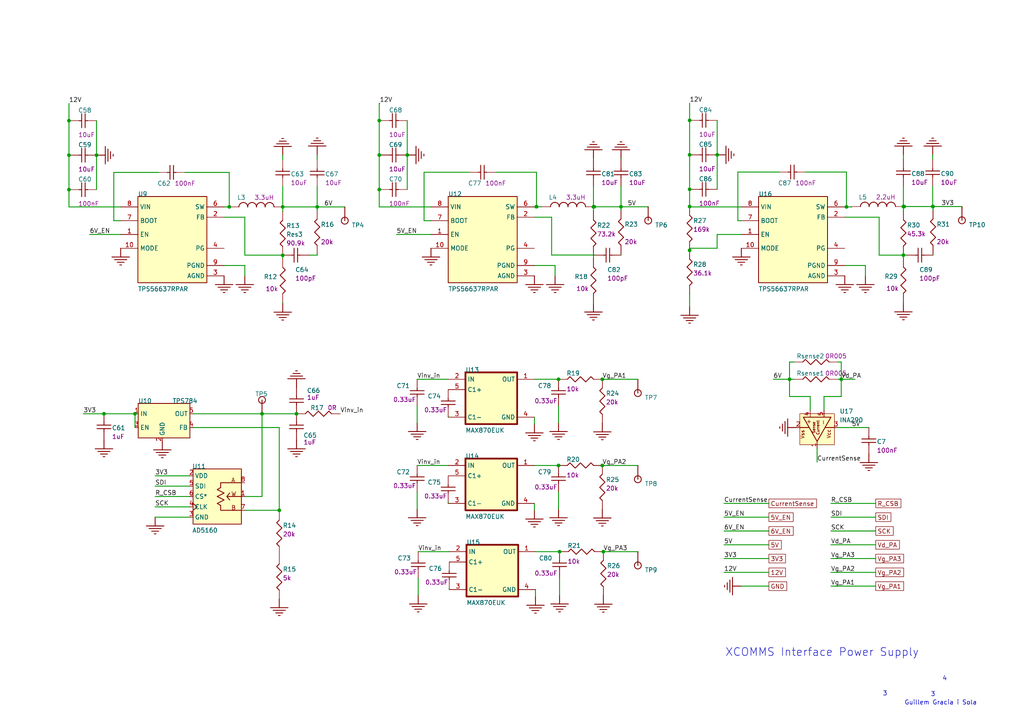
<source format=kicad_sch>
(kicad_sch (version 20211123) (generator eeschema)
  (paper "A4")
  (junction (at 208.0195 44.9075))
  (junction (at 262.0195 59.9075))
  (junction (at 30.16 120.0072))
  (junction (at 110 54.9675))
  (junction (at 162.3 160.0072))
  (junction (at 155.5995 59.9275))
  (junction (at 82 74.0472))
  (junction (at 172.3596 59.9675))
  (junction (at 270.6194 59.9075))
  (junction (at 200.0195 72.6075))
  (junction (at 172.1196 59.9675))
  (junction (at 174.7 110.0072))
  (junction (at 28 45.0072))
  (junction (at 110 34.9675))
  (junction (at 20 45.0072))
  (junction (at 91.9998 60.0072))
  (junction (at 174.7 135.0072))
  (junction (at 175 160.0072))
  (junction (at 200.0195 59.9075))
  (junction (at 180.1196 59.9675))
  (junction (at 162 135.0072))
  (junction (at 262.2595 59.9075))
  (junction (at 82 60.0072))
  (junction (at 39.16 120.0072))
  (junction (at 86 120.0072))
  (junction (at 200.0195 44.9075))
  (junction (at 81 148.0072))
  (junction (at 200.0195 34.9075))
  (junction (at 229.0001 110.0072))
  (junction (at 262.0195 74.0075))
  (junction (at 20 55.0072))
  (junction (at 66.4998 60.0072))
  (junction (at 244.0001 110.0072))
  (junction (at 245.4995 60.0075))
  (junction (at 270.5195 59.9075))
  (junction (at 155.5995 59.9675))
  (junction (at 200.0195 54.9075))
  (junction (at 162 110.0072))
  (junction (at 118.1195 44.9675))
  (junction (at 20 35.0072))
  (junction (at 76 120.0072))
  (junction (at 110 44.9675))
  (wire (pts (xy 155.5995 59.9675) (xy 155.5995 59.9275)) (stroke (width 0.254)))
  (wire (pts (xy 247.0195 60.0075) (xy 247.0195 59.9075)) (stroke (width 0.254)))
  (wire (pts (xy 200.0195 88.9076) (xy 200.0195 85.3075)) (stroke (width 0.254)))
  (wire (pts (xy 185 135.0072) (xy 174.7 135.0072)) (stroke (width 0.254)))
  (wire (pts (xy 222.9996 150.0074) (xy 209.9996 150.0074)) (stroke (width 0.254)))
  (wire (pts (xy 110 54.9675) (xy 110 60.0072)) (stroke (width 0.254)))
  (wire (pts (xy 229.0001 105.0072) (xy 230.3001 105.0072)) (stroke (width 0.254)))
  (wire (pts (xy 33 50.0072) (xy 33 64.0072)) (stroke (width 0.254)))
  (wire (pts (xy 262.0195 46.2875) (xy 262.0195 44.9075)) (stroke (width 0.254)))
  (wire (pts (xy 130.3 170.6272) (xy 130.3 171.0072)) (stroke (width 0.254)))
  (wire (pts (xy 20 35.0072) (xy 20 45.0072)) (stroke (width 0.254)))
  (wire (pts (xy 255.0001 63.0075) (xy 255.0001 74.0075)) (stroke (width 0.254)))
  (wire (pts (xy 233.6395 49.9075) (xy 245.4995 49.9075)) (stroke (width 0.254)))
  (wire (pts (xy 254 158.0073) (xy 241 158.0073)) (stroke (width 0.254)))
  (wire (pts (xy 172.1196 87.9675) (xy 172.1196 87.6675)) (stroke (width 0.254)))
  (wire (pts (xy 262.0195 73.9476) (xy 262.3995 73.9476)) (stroke (width 0.254)))
  (wire (pts (xy 125 68.0072) (xy 115 68.0072)) (stroke (width 0.254)))
  (wire (pts (xy 76 120.0072) (xy 86 120.0072)) (stroke (width 0.254)))
  (wire (pts (xy 39.16 124.0072) (xy 39.16 120.0072)) (stroke (width 0.254)))
  (wire (pts (xy 91.9998 60.0072) (xy 100 60.0072)) (stroke (width 0.254)))
  (wire (pts (xy 262.0195 53.9075) (xy 262.0195 59.9075)) (stroke (width 0.254)))
  (wire (pts (xy 110 44.9675) (xy 110 34.9675)) (stroke (width 0.254)))
  (wire (pts (xy 252.0001 124.0072) (xy 243.0001 124.0072)) (stroke (width 0.254)))
  (wire (pts (xy 155.3 160.0072) (xy 162.3 160.0072)) (stroke (width 0.254)))
  (wire (pts (xy 172.1196 46.3475) (xy 172.1196 45.9675)) (stroke (width 0.254)))
  (wire (pts (xy 200.0195 34.9075) (xy 200.0195 29.9075)) (stroke (width 0.254)))
  (wire (pts (xy 20 55.0072) (xy 20 45.0072)) (stroke (width 0.254)))
  (wire (pts (xy 162.3 172.6272) (xy 162.3 167.6272)) (stroke (width 0.254)))
  (wire (pts (xy 71 148.0072) (xy 81 148.0072)) (stroke (width 0.254)))
  (wire (pts (xy 200.0195 60.0075) (xy 215.0195 60.0075)) (stroke (width 0.254)))
  (wire (pts (xy 229.0001 110.0072) (xy 230.3001 110.0072)) (stroke (width 0.254)))
  (wire (pts (xy 244.0001 115.0072) (xy 244.0001 110.0072)) (stroke (width 0.254)))
  (wire (pts (xy 161 77.0072) (xy 155 77.0072)) (stroke (width 0.254)))
  (wire (pts (xy 162 122.6272) (xy 162 117.6272)) (stroke (width 0.254)))
  (wire (pts (xy 130 145.6272) (xy 130 146.0072)) (stroke (width 0.254)))
  (wire (pts (xy 45 150.0072) (xy 55 150.0072)) (stroke (width 0.254)))
  (wire (pts (xy 123 64.0072) (xy 125 64.0072)) (stroke (width 0.254)))
  (wire (pts (xy 172.1196 59.9675) (xy 172.3596 59.9675)) (stroke (width 0.254)))
  (wire (pts (xy 155.5995 49.9675) (xy 155.5995 59.9275)) (stroke (width 0.254)))
  (wire (pts (xy 110 29.9675) (xy 110.1195 29.9675)) (stroke (width 0.254)))
  (wire (pts (xy 180.1196 53.9675) (xy 180.1196 59.9675)) (stroke (width 0.254)))
  (wire (pts (xy 262.0195 61.2076) (xy 262.0195 59.9075)) (stroke (width 0.254)))
  (wire (pts (xy 255.0001 74.0075) (xy 262.0195 74.0075)) (stroke (width 0.254)))
  (wire (pts (xy 66.4998 50.0072) (xy 53.62 50.0072)) (stroke (width 0.254)))
  (wire (pts (xy 82 74.0472) (xy 82 75.0072)) (stroke (width 0.254)))
  (wire (pts (xy 270.5195 46.2875) (xy 270.5195 44.9075)) (stroke (width 0.254)))
  (wire (pts (xy 245.4995 49.9075) (xy 245.4995 60.0075)) (stroke (width 0.254)))
  (wire (pts (xy 110 44.9675) (xy 110 54.9675)) (stroke (width 0.254)))
  (wire (pts (xy 244.0001 105.0072) (xy 243.0001 105.0072)) (stroke (width 0.254)))
  (wire (pts (xy 244.0001 110.0072) (xy 243.0001 110.0072)) (stroke (width 0.254)))
  (wire (pts (xy 82 88.0072) (xy 82 87.7072)) (stroke (width 0.254)))
  (wire (pts (xy 244.0001 110.0072) (xy 244.0001 105.0072)) (stroke (width 0.254)))
  (wire (pts (xy 239.0001 119.0072) (xy 239.0001 115.0072)) (stroke (width 0.254)))
  (wire (pts (xy 28 45.0072) (xy 28 35.0072)) (stroke (width 0.254)))
  (wire (pts (xy 81 124.0072) (xy 56 124.0072)) (stroke (width 0.254)))
  (wire (pts (xy 245.4995 60.0075) (xy 245.0195 60.0075)) (stroke (width 0.254)))
  (wire (pts (xy 172.1196 74.0075) (xy 172.1196 74.9675)) (stroke (width 0.254)))
  (wire (pts (xy 239.0001 115.0072) (xy 244.0001 115.0072)) (stroke (width 0.254)))
  (wire (pts (xy 245.0195 63.0075) (xy 255.0001 63.0075)) (stroke (width 0.254)))
  (wire (pts (xy 251.0001 80.0072) (xy 251.0001 77.0075)) (stroke (width 0.254)))
  (wire (pts (xy 155 123.0072) (xy 155 121.0072)) (stroke (width 0.254)))
  (wire (pts (xy 110.4995 34.9675) (xy 110 34.9675)) (stroke (width 0.254)))
  (wire (pts (xy 155 148.0072) (xy 155 146.0072)) (stroke (width 0.254)))
  (wire (pts (xy 20 35.0072) (xy 20 30.0072)) (stroke (width 0.254)))
  (wire (pts (xy 180.1196 46.3475) (xy 180.1196 45.9675)) (stroke (width 0.254)))
  (wire (pts (xy 143.7396 49.9675) (xy 155.5995 49.9675)) (stroke (width 0.254)))
  (wire (pts (xy 229.0001 115.0072) (xy 235.0001 115.0072)) (stroke (width 0.254)))
  (wire (pts (xy 136.1196 49.9675) (xy 123 49.9675)) (stroke (width 0.254)))
  (wire (pts (xy 254.0001 146.0072) (xy 241.0001 146.0072)) (stroke (width 0.254)))
  (wire (pts (xy 200.3995 34.9075) (xy 200.0195 34.9075)) (stroke (width 0.254)))
  (wire (pts (xy 162 147.6272) (xy 162 142.6272)) (stroke (width 0.254)))
  (wire (pts (xy 35 68.0072) (xy 26 68.0072)) (stroke (width 0.254)))
  (wire (pts (xy 188.0001 59.9675) (xy 188.0001 60.0072)) (stroke (width 0.254)))
  (wire (pts (xy 270.6194 74.0075) (xy 270.6194 73.6675)) (stroke (width 0.254)))
  (wire (pts (xy 45 138.0072) (xy 55 138.0072)) (stroke (width 0.254)))
  (wire (pts (xy 39.16 120.0072) (xy 30.16 120.0072)) (stroke (width 0.254)))
  (wire (pts (xy 81 148.3072) (xy 81 148.0072)) (stroke (width 0.254)))
  (wire (pts (xy 262.0195 59.9075) (xy 262.2595 59.9075)) (stroke (width 0.254)))
  (wire (pts (xy 254.0001 154.0072) (xy 241.0001 154.0072)) (stroke (width 0.254)))
  (wire (pts (xy 251.0001 77.0075) (xy 245.0195 77.0075)) (stroke (width 0.254)))
  (wire (pts (xy 200.0195 72.0072) (xy 208.0001 72.0072)) (stroke (width 0.254)))
  (wire (pts (xy 121.3 172.6272) (xy 121.3 167.6272)) (stroke (width 0.254)))
  (wire (pts (xy 254.0001 150.0072) (xy 241.0001 150.0072)) (stroke (width 0.254)))
  (wire (pts (xy 180.1196 59.9675) (xy 180.1196 60.9675)) (stroke (width 0.254)))
  (wire (pts (xy 244.0001 110.0072) (xy 248.0001 110.0072)) (stroke (width 0.254)))
  (wire (pts (xy 161 80.0072) (xy 161 77.0072)) (stroke (width 0.254)))
  (wire (pts (xy 214.0001 49.9075) (xy 214.0001 64.0075)) (stroke (width 0.254)))
  (wire (pts (xy 110.4995 44.9675) (xy 110 44.9675)) (stroke (width 0.254)))
  (wire (pts (xy 155 135.0072) (xy 162 135.0072)) (stroke (width 0.254)))
  (wire (pts (xy 222.9999 162.0073) (xy 209.9999 162.0073)) (stroke (width 0.254)))
  (wire (pts (xy 224.3001 110.0072) (xy 229.0001 110.0072)) (stroke (width 0.254)))
  (wire (pts (xy 185 110.0072) (xy 174.7 110.0072)) (stroke (width 0.254)))
  (wire (pts (xy 56 120.0072) (xy 76 120.0072)) (stroke (width 0.254)))
  (wire (pts (xy 226.0195 49.9075) (xy 214.0001 49.9075)) (stroke (width 0.254)))
  (wire (pts (xy 262.2595 59.9075) (xy 270.5195 59.9075)) (stroke (width 0.254)))
  (wire (pts (xy 20.38 55.0072) (xy 20 55.0072)) (stroke (width 0.254)))
  (wire (pts (xy 235.0001 115.0072) (xy 235.0001 119.0072)) (stroke (width 0.254)))
  (wire (pts (xy 222.9995 154.0074) (xy 209.9995 154.0074)) (stroke (width 0.254)))
  (wire (pts (xy 185 160.0072) (xy 175 160.0072)) (stroke (width 0.254)))
  (wire (pts (xy 270.5195 53.9075) (xy 270.5195 59.9075)) (stroke (width 0.254)))
  (wire (pts (xy 28 55.0072) (xy 28 45.0072)) (stroke (width 0.254)))
  (wire (pts (xy 223.0001 146.0072) (xy 210.0001 146.0072)) (stroke (width 0.254)))
  (wire (pts (xy 222.9999 170.0071) (xy 215 170.0071)) (stroke (width 0.254)))
  (wire (pts (xy 200.0195 72.6075) (xy 200.0195 72.0072)) (stroke (width 0.254)))
  (wire (pts (xy 121 122.6272) (xy 121 117.6272)) (stroke (width 0.254)))
  (wire (pts (xy 91.9998 74.0072) (xy 91.9998 73.7075)) (stroke (width 0.254)))
  (wire (pts (xy 200.0195 34.9075) (xy 200.0195 44.9075)) (stroke (width 0.254)))
  (wire (pts (xy 82 61.3472) (xy 82 60.0072)) (stroke (width 0.254)))
  (wire (pts (xy 200.3995 54.9075) (xy 200.0195 54.9075)) (stroke (width 0.254)))
  (wire (pts (xy 229.0001 110.0072) (xy 229.0001 115.0072)) (stroke (width 0.254)))
  (wire (pts (xy 208.0195 54.9075) (xy 208.0195 44.9075)) (stroke (width 0.254)))
  (wire (pts (xy 130 135.0072) (xy 121 135.0072)) (stroke (width 0.254)))
  (wire (pts (xy 160 73.9675) (xy 160 63.0072)) (stroke (width 0.254)))
  (wire (pts (xy 254 162.0072) (xy 241.0001 162.0072)) (stroke (width 0.254)))
  (wire (pts (xy 172.1196 61.2675) (xy 172.1196 59.9675)) (stroke (width 0.254)))
  (wire (pts (xy 89.62 74.0072) (xy 91.9998 74.0072)) (stroke (width 0.254)))
  (wire (pts (xy 71 77.0072) (xy 65 77.0072)) (stroke (width 0.254)))
  (wire (pts (xy 110 60.0072) (xy 125 60.0072)) (stroke (width 0.254)))
  (wire (pts (xy 254.0001 170.0072) (xy 241.0001 170.0072)) (stroke (width 0.254)))
  (wire (pts (xy 20 55.0072) (xy 20 60.0072)) (stroke (width 0.254)))
  (wire (pts (xy 208.0001 72.0072) (xy 208.0001 68.0075)) (stroke (width 0.254)))
  (wire (pts (xy 270.6194 59.9075) (xy 279.0001 59.9075)) (stroke (width 0.254)))
  (wire (pts (xy 253.9999 166.0073) (xy 241 166.0073)) (stroke (width 0.254)))
  (wire (pts (xy 262.9994 74.0075) (xy 262.0195 74.0075)) (stroke (width 0.254)))
  (wire (pts (xy 118.1195 44.9675) (xy 118.1195 34.9675)) (stroke (width 0.254)))
  (wire (pts (xy 123 49.9675) (xy 123 64.0072)) (stroke (width 0.254)))
  (wire (pts (xy 172.3596 59.9675) (xy 180.1196 59.9675)) (stroke (width 0.254)))
  (wire (pts (xy 130 120.6272) (xy 130 121.0072)) (stroke (width 0.254)))
  (wire (pts (xy 82 46.3872) (xy 82 45.0072)) (stroke (width 0.254)))
  (wire (pts (xy 200.0195 59.9075) (xy 200.0195 60.0075)) (stroke (width 0.254)))
  (wire (pts (xy 237.0001 134.0072) (xy 237.0001 130.0072)) (stroke (width 0.254)))
  (wire (pts (xy 155.3 173.0072) (xy 155.3 171.0072)) (stroke (width 0.254)))
  (wire (pts (xy 82 74.0072) (xy 71 74.0072)) (stroke (width 0.254)))
  (wire (pts (xy 30.16 120.0072) (xy 24.16 120.0072)) (stroke (width 0.254)))
  (wire (pts (xy 262.0195 87.9076) (xy 262.0195 87.6076)) (stroke (width 0.254)))
  (wire (pts (xy 155.5995 60.0072) (xy 155.5995 59.9675)) (stroke (width 0.254)))
  (wire (pts (xy 91.9998 44.8875) (xy 91.9998 46.3875)) (stroke (width 0.254)))
  (wire (pts (xy 157.1196 59.9675) (xy 155.5995 59.9675)) (stroke (width 0.254)))
  (wire (pts (xy 45 147.0072) (xy 55 147.0072)) (stroke (width 0.254)))
  (wire (pts (xy 20 45.0072) (xy 20.38 45.0072)) (stroke (width 0.254)))
  (wire (pts (xy 130 110.0072) (xy 121 110.0072)) (stroke (width 0.254)))
  (wire (pts (xy 270.6194 59.9075) (xy 270.5195 59.9075)) (stroke (width 0.254)))
  (wire (pts (xy 180.1196 74.0075) (xy 180.1196 73.6675)) (stroke (width 0.254)))
  (wire (pts (xy 214.0001 64.0075) (xy 215.0195 64.0075)) (stroke (width 0.254)))
  (wire (pts (xy 229.0001 110.0072) (xy 229.0001 105.0072)) (stroke (width 0.254)))
  (wire (pts (xy 20 60.0072) (xy 35 60.0072)) (stroke (width 0.254)))
  (wire (pts (xy 200.0195 54.9075) (xy 200.0195 44.9075)) (stroke (width 0.254)))
  (wire (pts (xy 222.9999 166.0073) (xy 209.9999 166.0073)) (stroke (width 0.254)))
  (wire (pts (xy 20.38 35.0072) (xy 20 35.0072)) (stroke (width 0.254)))
  (wire (pts (xy 66.76 60.0072) (xy 66.4998 60.0072)) (stroke (width 0.254)))
  (wire (pts (xy 81 148.0072) (xy 81 124.0072)) (stroke (width 0.254)))
  (wire (pts (xy 71 80.0072) (xy 71 77.0072)) (stroke (width 0.254)))
  (wire (pts (xy 76 144.0072) (xy 71 144.0072)) (stroke (width 0.254)))
  (wire (pts (xy 46 50.0072) (xy 33 50.0072)) (stroke (width 0.254)))
  (wire (pts (xy 200.0195 54.9075) (xy 200.0195 59.9075)) (stroke (width 0.254)))
  (wire (pts (xy 172.1196 73.9675) (xy 160 73.9675)) (stroke (width 0.254)))
  (wire (pts (xy 180.1196 59.9675) (xy 188.0001 59.9675)) (stroke (width 0.254)))
  (wire (pts (xy 222.9999 158.0073) (xy 209.9999 158.0073)) (stroke (width 0.254)))
  (wire (pts (xy 118.1195 54.9675) (xy 118.1195 44.9675)) (stroke (width 0.254)))
  (wire (pts (xy 262.0195 74.9076) (xy 262.0195 74.0075)) (stroke (width 0.254)))
  (wire (pts (xy 200.0195 44.9075) (xy 200.3995 44.9075)) (stroke (width 0.254)))
  (wire (pts (xy 155 60.0072) (xy 155.5995 60.0072)) (stroke (width 0.254)))
  (wire (pts (xy 155 110.0072) (xy 162 110.0072)) (stroke (width 0.254)))
  (wire (pts (xy 82 54.0072) (xy 82 60.0072)) (stroke (width 0.254)))
  (wire (pts (xy 270.6194 60.9675) (xy 270.6194 59.9075)) (stroke (width 0.254)))
  (wire (pts (xy 110.4995 54.9675) (xy 110 54.9675)) (stroke (width 0.254)))
  (wire (pts (xy 82 60.0072) (xy 91.9998 60.0072)) (stroke (width 0.254)))
  (wire (pts (xy 82.3801 74.0472) (xy 82 74.0472)) (stroke (width 0.254)))
  (wire (pts (xy 76 120.0072) (xy 76 144.0072)) (stroke (width 0.254)))
  (wire (pts (xy 172.4996 74.0075) (xy 172.1196 74.0075)) (stroke (width 0.254)))
  (wire (pts (xy 160 63.0072) (xy 155 63.0072)) (stroke (width 0.254)))
  (wire (pts (xy 65 60.0072) (xy 66.4998 60.0072)) (stroke (width 0.254)))
  (wire (pts (xy 91.9998 60.0072) (xy 91.9998 54.0075)) (stroke (width 0.254)))
  (wire (pts (xy 45 141.0072) (xy 55 141.0072)) (stroke (width 0.254)))
  (wire (pts (xy 208.0001 68.0075) (xy 215.0195 68.0075)) (stroke (width 0.254)))
  (wire (pts (xy 121 147.6272) (xy 121 142.6272)) (stroke (width 0.254)))
  (wire (pts (xy 130.3 160.0072) (xy 121.3 160.0072)) (stroke (width 0.254)))
  (wire (pts (xy 91.9998 61.0075) (xy 91.9998 60.0072)) (stroke (width 0.254)))
  (wire (pts (xy 33 64.0072) (xy 35 64.0072)) (stroke (width 0.254)))
  (wire (pts (xy 71 74.0072) (xy 71 63.0072)) (stroke (width 0.254)))
  (wire (pts (xy 222.9999 170.0073) (xy 222.9999 170.0071)) (stroke (width 0.254)))
  (wire (pts (xy 245.4995 60.0075) (xy 247.0195 60.0075)) (stroke (width 0.254)))
  (wire (pts (xy 155.5995 59.9275) (xy 155.4797 59.9275)) (stroke (width 0.254)))
  (wire (pts (xy 110 34.9675) (xy 110 29.9675)) (stroke (width 0.254)))
  (wire (pts (xy 71 63.0072) (xy 65 63.0072)) (stroke (width 0.254)))
  (wire (pts (xy 208.0195 44.9075) (xy 208.0195 34.9075)) (stroke (width 0.254)))
  (wire (pts (xy 45 144.0072) (xy 55 144.0072)) (stroke (width 0.254)))
  (wire (pts (xy 66.4998 60.0072) (xy 66.4998 50.0072)) (stroke (width 0.254)))
  (wire (pts (xy 262.0195 74.0075) (xy 262.0195 73.9476)) (stroke (width 0.254)))
  (wire (pts (xy 172.1196 53.9675) (xy 172.1196 59.9675)) (stroke (width 0.254)))
  (text "3" (at 269.9001 202.2176 180) (effects (font (size 1.27 1.27)) (justify left bottom)))
  (text "XCOMMS Interface Power Supply" (at 210.3161 190.6511 180) (effects (font (size 2.286 2.286)) (justify left bottom)))
  (text "Guillem Gracia i Sola" (at 262.3161 204.6512 180) (effects (font (size 1.27 1.27)) (justify left bottom)))
  (text "4" (at 273.3161 197.6512 180) (effects (font (size 1.27 1.27)) (justify left bottom)))
  (text "3" (at 256.0001 202.0072 180) (effects (font (size 1.27 1.27)) (justify left bottom)))
  (label "Vinv_in" (at 98.7 120.0072 0))
  (label "R_CSB" (at 241.0001 146.0072 0))
  (label "12V" (at 110.1195 29.9675 0))
  (label "5V" (at 247.0001 124.0072 0))
  (label "6V_EN" (at 26 68.0072 0))
  (label "Vinv_in" (at 121.3 160.0072 0))
  (label "Vg_PA3" (at 175 160.0072 0))
  (label "SCK" (at 241.0001 154.0072 0))
  (label "3V3" (at 209.9999 162.0073 0))
  (label "Vg_PA1" (at 241.0001 170.0072 0))
  (label "Vd_PA" (at 241 158.0073 0))
  (label "Vg_PA2" (at 174.7 135.0072 0))
  (label "Vg_PA3" (at 241.0001 162.0072 0))
  (label "SDI" (at 241.0001 150.0072 0))
  (label "5V_EN" (at 209.9996 150.0074 0))
  (label "12V" (at 20 30.0072 0))
  (label "Vg_PA1" (at 174.7 110.0072 0))
  (label "6V" (at 94 60.0072 0))
  (label "Vinv_in" (at 121 135.0072 0))
  (label "3V3" (at 24.16 120.0072 0))
  (label "Vinv_in" (at 121 110.0072 0))
  (label "SDI" (at 45 141.0072 0))
  (label "5V" (at 182 59.9675 0))
  (label "5V_EN" (at 115 68.0072 0))
  (label "Vd_PA" (at 244.0001 110.0072 0))
  (label "R_CSB" (at 45 144.0072 0))
  (label "12V" (at 200.0195 29.9075 0))
  (label "Vg_PA2" (at 241 166.0073 0))
  (label "SCK" (at 45 147.0072 0))
  (label "3V3" (at 45 138.0072 0))
  (label "5V" (at 209.9999 158.0073 0))
  (label "3V3" (at 273.0001 59.9075 0))
  (label "CurrentSense" (at 237.0001 134.0072 0))
  (label "CurrentSense" (at 210.0001 146.0072 0))
  (label "6V" (at 224.3001 110.0072 0))
  (label "12V" (at 209.9999 166.0073 0))
  (label "6V_EN" (at 209.9995 154.0074 0))
  (global_label "Vd_PA" (shape passive) (at 254 158.0073 0) (property "Intersheet References" "${INTERSHEET_REFS}" (effects hide)))
  (global_label "5V" (shape passive) (at 222.9999 158.0073 0) (property "Intersheet References" "${INTERSHEET_REFS}" (effects hide)))
  (global_label "Vg_PA2" (shape passive) (at 253.9999 166.0073 0) (property "Intersheet References" "${INTERSHEET_REFS}" (effects hide)))
  (global_label "12V" (shape passive) (at 222.9999 166.0073 0) (property "Intersheet References" "${INTERSHEET_REFS}" (effects hide)))
  (global_label "SDI" (shape passive) (at 254.0001 150.0072 0) (property "Intersheet References" "${INTERSHEET_REFS}" (effects hide)))
  (global_label "3V3" (shape passive) (at 222.9999 162.0073 0) (property "Intersheet References" "${INTERSHEET_REFS}" (effects hide)))
  (global_label "5V_EN" (shape passive) (at 222.9996 150.0074 0) (property "Intersheet References" "${INTERSHEET_REFS}" (effects hide)))
  (global_label "GND" (shape passive) (at 222.9999 170.0073 0) (property "Intersheet References" "${INTERSHEET_REFS}" (effects hide)))
  (global_label "6V_EN" (shape passive) (at 222.9995 154.0074 0) (property "Intersheet References" "${INTERSHEET_REFS}" (effects hide)))
  (global_label "R_CSB" (shape passive) (at 254.0001 146.0072 0) (property "Intersheet References" "${INTERSHEET_REFS}" (effects hide)))
  (global_label "SCK" (shape passive) (at 254.0001 154.0072 0) (property "Intersheet References" "${INTERSHEET_REFS}" (effects hide)))
  (global_label "CurrentSense" (shape passive) (at 223.0001 146.0072 0) (property "Intersheet References" "${INTERSHEET_REFS}" (effects hide)))
  (global_label "Vg_PA1" (shape passive) (at 254.0001 170.0072 0) (property "Intersheet References" "${INTERSHEET_REFS}" (effects hide)))
  (global_label "Vg_PA3" (shape passive) (at 254 162.0072 0) (property "Intersheet References" "${INTERSHEET_REFS}" (effects hide)))
  (symbol (lib_id "PowerSupply-altium-import:0_Inductor") (at 249.5595 57.3675 0) (unit 1)
    (property "Reference" "L5" (at 249.0195 57.9075 0) (effects (justify left bottom)))
    (property "Value" "WE_74438356022" (effects hide))
    (property "Footprint" "Coilcraft_XAL60xx" (effects hide))
    (property "PUBLISHED" "8-Jun-2000" (effects hide))
    (property "LATESTREVISIONDATE" "29-May-2009" (effects hide))
    (property "LATESTREVISIONNOTE" "IPC-7351 Footprint Added." (effects hide))
    (property "PACKAGEREFERENCE" "0402-A" (effects hide))
    (property "PUBLISHER" "Altium Limited" (effects hide))
    (property "PACKAGEDESCRIPTION" "Chip Inductor" (effects hide))
    (property "CODE_JEITA" "0402" (effects hide))
    (property "CODE_IEC" "1005" (effects hide))
    (property "ALTIUM_VALUE" "2.2uH" (at 254.0195 57.9075 0) (effects (justify left bottom)))
  )
  (symbol (lib_id "PowerSupply-altium-import:GND") (at 81 173.7072 0) (unit 1)
    (property "Reference" "#PWR?" (effects hide))
    (property "Value" "GND" (effects hide))
  )
  (symbol (lib_id "PowerSupply-altium-import:GND") (at 47.08 127.9272 0) (unit 1)
    (property "Reference" "#PWR?" (effects hide))
    (property "Value" "GND" (effects hide))
  )
  (symbol (lib_id "PowerSupply-altium-import:3_TP_d1.5mm") (at 180 156.0072 0) (unit 1)
    (property "Reference" "TP9" (at 187.0001 166.0469 0) (effects (justify left bottom)))
    (property "Value" "TP" (effects hide))
    (property "Footprint" "TestPoint" (effects hide))
  )
  (symbol (lib_id "PowerSupply-altium-import:3_mirrored_Cap Semi") (at 159.46 112.5472 0) (unit 1)
    (property "Reference" "C78" (at 156 112.6272 0) (effects (justify left bottom)))
    (property "Value" "Cap Semi" (effects hide))
    (property "Footprint" "0603 SMD Capacitor" (effects hide))
    (property "PUBLISHED" "8-Jun-2000" (effects hide))
    (property "LATESTREVISIONDATE" "29-May-2009" (effects hide))
    (property "LATESTREVISIONNOTE" "IPC-7351 Footprint Added." (effects hide))
    (property "PACKAGEREFERENCE" "C1206" (effects hide))
    (property "PUBLISHER" "Altium Limited" (effects hide))
    (property "PACKAGEDESCRIPTION" "Chip Capacitor" (effects hide))
    (property "ALTIUM_VALUE" "0.33uF" (at 155 117.0072 0) (effects (justify left bottom)))
  )
  (symbol (lib_id "PowerSupply-altium-import:0_AD5160") (at 45 155.0072 0) (unit 1)
    (property "Reference" "U11" (at 55.746 136.0072 0) (effects (justify left bottom)))
    (property "Value" "AD5160" (at 55.746 154.5472 0) (effects (justify left bottom)))
    (property "Footprint" "SOT-28-8N" (effects hide))
    (property "MP" "AD5160BRJZ50-RL7" (effects hide))
    (property "PACKAGE" "SOT-23-8 Analog Devices" (effects hide))
    (property "SNAPEDA_LINK" "https://www.snapeda.com/parts/AD5160BRJZ50-RL7/Analog%20Devices%20Inc./view-part/251577/?ref=snap" (effects hide))
    (property "ALTIUM_VALUE" "*" (effects hide))
    (property "MF" "Analog Devices" (effects hide))
    (property "DIGI-KEY_PART_NUMBER" "AD5160BRJZ50-RL7CT-ND" (effects hide))
  )
  (symbol (lib_id "PowerSupply-altium-import:GND") (at 262.0195 44.9075 180) (unit 1)
    (property "Reference" "#PWR?" (effects hide))
    (property "Value" "GND" (effects hide))
  )
  (symbol (lib_id "PowerSupply-altium-import:2_Cap Semi") (at 87.08 76.5472 0) (unit 1)
    (property "Reference" "C64" (at 85.6197 78.9675 0) (effects (justify left bottom)))
    (property "Value" "Cap Semi" (effects hide))
    (property "Footprint" "0603 SMD Capacitor" (effects hide))
    (property "PUBLISHED" "8-Jun-2000" (effects hide))
    (property "LATESTREVISIONDATE" "29-May-2009" (effects hide))
    (property "LATESTREVISIONNOTE" "IPC-7351 Footprint Added." (effects hide))
    (property "PACKAGEREFERENCE" "C1206" (effects hide))
    (property "PUBLISHER" "Altium Limited" (effects hide))
    (property "PACKAGEDESCRIPTION" "Chip Capacitor" (effects hide))
    (property "ALTIUM_VALUE" "100pF" (at 85.6197 81.4675 0) (effects (justify left bottom)))
  )
  (symbol (lib_id "PowerSupply-altium-import:2_mirrored_Cap Semi") (at 22.92 57.5472 0) (unit 1)
    (property "Reference" "C60" (at 22.666 52.7212 0) (effects (justify left bottom)))
    (property "Value" "Cap Semi" (effects hide))
    (property "Footprint" "0603 SMD Capacitor" (effects hide))
    (property "PUBLISHED" "8-Jun-2000" (effects hide))
    (property "LATESTREVISIONDATE" "29-May-2009" (effects hide))
    (property "LATESTREVISIONNOTE" "IPC-7351 Footprint Added." (effects hide))
    (property "PACKAGEREFERENCE" "C1206" (effects hide))
    (property "PUBLISHER" "Altium Limited" (effects hide))
    (property "PACKAGEDESCRIPTION" "Chip Capacitor" (effects hide))
    (property "ALTIUM_VALUE" "100nF" (at 22.666 59.8332 0) (effects (justify left bottom)))
    (property "SUPPLIER 1" "Mouser" (effects hide))
    (property "SUPPLIER PART NUMBER 1" "80-C603C104K5RAC3121" (effects hide))
  )
  (symbol (lib_id "PowerSupply-altium-import:0_Res3") (at 164.54 107.4672 0) (unit 1)
    (property "Reference" "R19" (at 164.286 108.9912 0) (effects (justify left bottom)))
    (property "Value" "Res3" (effects hide))
    (property "Footprint" "0603 SMD Resistor" (effects hide))
    (property "PUBLISHED" "8-Jun-2000" (effects hide))
    (property "LATESTREVISIONDATE" "29-May-2009" (effects hide))
    (property "LATESTREVISIONNOTE" "IPC-7351 Footprint Added." (effects hide))
    (property "PACKAGEREFERENCE" "J1-0603" (effects hide))
    (property "PUBLISHER" "Altium Limited" (effects hide))
    (property "PACKAGEDESCRIPTION" "Chip Resistor" (effects hide))
    (property "ALTIUM_VALUE" "10k" (at 164.286 113.5632 0) (effects (justify left bottom)))
  )
  (symbol (lib_id "PowerSupply-altium-import:2_Cap Semi") (at 268.0794 76.5475 0) (unit 1)
    (property "Reference" "C89" (at 266.6192 78.9678 0) (effects (justify left bottom)))
    (property "Value" "Cap Semi" (effects hide))
    (property "Footprint" "0603 SMD Capacitor" (effects hide))
    (property "PUBLISHED" "8-Jun-2000" (effects hide))
    (property "LATESTREVISIONDATE" "29-May-2009" (effects hide))
    (property "LATESTREVISIONNOTE" "IPC-7351 Footprint Added." (effects hide))
    (property "PACKAGEREFERENCE" "C1206" (effects hide))
    (property "PUBLISHER" "Altium Limited" (effects hide))
    (property "PACKAGEDESCRIPTION" "Chip Capacitor" (effects hide))
    (property "ALTIUM_VALUE" "100pF" (at 266.6192 81.4678 0) (effects (justify left bottom)))
  )
  (symbol (lib_id "PowerSupply-altium-import:3_Res3") (at 202.5595 75.1475 0) (unit 1)
    (property "Reference" "R28" (at 201.0355 77.4335 0) (effects (justify left bottom)))
    (property "Value" "Res3" (effects hide))
    (property "Footprint" "0603 SMD Resistor" (effects hide))
    (property "PUBLISHED" "8-Jun-2000" (effects hide))
    (property "LATESTREVISIONDATE" "29-May-2009" (effects hide))
    (property "LATESTREVISIONNOTE" "IPC-7351 Footprint Added." (effects hide))
    (property "PACKAGEREFERENCE" "J1-0603" (effects hide))
    (property "PUBLISHER" "Altium Limited" (effects hide))
    (property "PACKAGEDESCRIPTION" "Chip Resistor" (effects hide))
    (property "ALTIUM_VALUE" "36.1k" (at 201.0355 79.9735 0) (effects (justify left bottom)))
    (property "SUPPLIER 1" "Mouser" (effects hide))
    (property "SUPPLIER PART NUMBER 1" "660-RN731JTTD3612D50" (effects hide))
  )
  (symbol (lib_id "PowerSupply-altium-import:3_TP_d1.5mm") (at 95 56.0072 0) (unit 1)
    (property "Reference" "TP4" (at 102 66.0469 0) (effects (justify left bottom)))
    (property "Value" "TP" (effects hide))
    (property "Footprint" "TestPoint" (effects hide))
  )
  (symbol (lib_id "PowerSupply-altium-import:3_Res3") (at 202.5595 62.4475 0) (unit 1)
    (property "Reference" "R27" (at 201.0355 64.7335 0) (effects (justify left bottom)))
    (property "Value" "Res3" (effects hide))
    (property "Footprint" "0603 SMD Resistor" (effects hide))
    (property "PUBLISHED" "8-Jun-2000" (effects hide))
    (property "LATESTREVISIONDATE" "29-May-2009" (effects hide))
    (property "LATESTREVISIONNOTE" "IPC-7351 Footprint Added." (effects hide))
    (property "PACKAGEREFERENCE" "J1-0603" (effects hide))
    (property "PUBLISHER" "Altium Limited" (effects hide))
    (property "PACKAGEDESCRIPTION" "Chip Resistor" (effects hide))
    (property "ALTIUM_VALUE" "169k" (at 201.0355 67.2735 0) (effects (justify left bottom)))
    (property "SUPPLIER 1" "Mouser" (effects hide))
    (property "SUPPLIER PART NUMBER 1" "279-RQ73C2A169KBTDF" (effects hide))
  )
  (symbol (lib_id "PowerSupply-altium-import:1_Res3") (at 172.46 170.1672 0) (unit 1)
    (property "Reference" "R26" (at 176.016 164.8332 0) (effects (justify left bottom)))
    (property "Value" "Res3" (effects hide))
    (property "Footprint" "0603 SMD Resistor" (effects hide))
    (property "PUBLISHED" "8-Jun-2000" (effects hide))
    (property "LATESTREVISIONDATE" "29-May-2009" (effects hide))
    (property "LATESTREVISIONNOTE" "IPC-7351 Footprint Added." (effects hide))
    (property "PACKAGEREFERENCE" "J1-0603" (effects hide))
    (property "PUBLISHER" "Altium Limited" (effects hide))
    (property "PACKAGEDESCRIPTION" "Chip Resistor" (effects hide))
    (property "ALTIUM_VALUE" "20k" (at 176.016 167.3732 0) (effects (justify left bottom)))
  )
  (symbol (lib_id "PowerSupply-altium-import:3_mirrored_Cap Semi") (at 118.46 112.5472 0) (unit 1)
    (property "Reference" "C71" (at 115 112.6272 0) (effects (justify left bottom)))
    (property "Value" "Cap Semi" (effects hide))
    (property "Footprint" "0603 SMD Capacitor" (effects hide))
    (property "PUBLISHED" "8-Jun-2000" (effects hide))
    (property "LATESTREVISIONDATE" "29-May-2009" (effects hide))
    (property "LATESTREVISIONNOTE" "IPC-7351 Footprint Added." (effects hide))
    (property "PACKAGEREFERENCE" "C1206" (effects hide))
    (property "PUBLISHER" "Altium Limited" (effects hide))
    (property "PACKAGEDESCRIPTION" "Chip Capacitor" (effects hide))
    (property "ALTIUM_VALUE" "0.33uF" (at 114 116.6272 0) (effects (justify left bottom)))
  )
  (symbol (lib_id "PowerSupply-altium-import:3_mirrored_Cap Semi") (at 27.62 122.5472 0) (unit 1)
    (property "Reference" "C61" (at 32.446 124.8332 0) (effects (justify left bottom)))
    (property "Value" "Cap Semi" (effects hide))
    (property "Footprint" "0603 SMD Capacitor" (effects hide))
    (property "PUBLISHED" "8-Jun-2000" (effects hide))
    (property "LATESTREVISIONDATE" "29-May-2009" (effects hide))
    (property "LATESTREVISIONNOTE" "IPC-7351 Footprint Added." (effects hide))
    (property "PACKAGEREFERENCE" "C1206" (effects hide))
    (property "PUBLISHER" "Altium Limited" (effects hide))
    (property "PACKAGEDESCRIPTION" "Chip Capacitor" (effects hide))
    (property "ALTIUM_VALUE" "1uF" (at 32.446 127.3732 0) (effects (justify left bottom)))
  )
  (symbol (lib_id "PowerSupply-altium-import:3_mirrored_Cap Semi") (at 159.76 162.5472 0) (unit 1)
    (property "Reference" "C80" (at 156.3 162.6272 0) (effects (justify left bottom)))
    (property "Value" "Cap Semi" (effects hide))
    (property "Footprint" "0603 SMD Capacitor" (effects hide))
    (property "PUBLISHED" "8-Jun-2000" (effects hide))
    (property "LATESTREVISIONDATE" "29-May-2009" (effects hide))
    (property "LATESTREVISIONNOTE" "IPC-7351 Footprint Added." (effects hide))
    (property "PACKAGEREFERENCE" "C1206" (effects hide))
    (property "PUBLISHER" "Altium Limited" (effects hide))
    (property "PACKAGEDESCRIPTION" "Chip Capacitor" (effects hide))
    (property "ALTIUM_VALUE" "0.33uF" (at 155 167.0072 0) (effects (justify left bottom)))
  )
  (symbol (lib_id "PowerSupply-altium-import:0_TPS56637RPAR") (at 219.0195 82.0075 0) (unit 1)
    (property "Reference" "U16" (at 220.0195 57.0075 0) (effects (justify left bottom)))
    (property "Value" "TPS56637RPAR" (at 220.0195 84.5475 0) (effects (justify left bottom)))
    (property "Footprint" "CONV_TPS56637RPAR" (effects hide))
    (property "PACKAGE" "PowerVFQFN-10 Texas Instruments" (effects hide))
    (property "MF" "Texas Instruments" (effects hide))
    (property "ALTIUM_VALUE" "*" (effects hide))
    (property "PRICE" "None" (effects hide))
    (property "MP" "TPS56637RPAR" (effects hide))
    (property "AVAILABILITY" "Unavailable" (effects hide))
    (property "SNAPEDA_LINK" "https://www.snapeda.com/parts/TPS56637RPAR/Texas%20Instruments/view-part/3595662/?ref=snap" (effects hide))
  )
  (symbol (lib_id "PowerSupply-altium-import:GND") (at 174.7 122.7072 0) (unit 1)
    (property "Reference" "#PWR?" (effects hide))
    (property "Value" "GND" (effects hide))
  )
  (symbol (lib_id "PowerSupply-altium-import:GND") (at 121.3 172.6272 0) (unit 1)
    (property "Reference" "#PWR?" (effects hide))
    (property "Value" "GND" (effects hide))
  )
  (symbol (lib_id "PowerSupply-altium-import:GND") (at 35 72.0072 0) (unit 1)
    (property "Reference" "#PWR?" (effects hide))
    (property "Value" "GND" (effects hide))
  )
  (symbol (lib_id "PowerSupply-altium-import:GND") (at 172.1196 45.9675 180) (unit 1)
    (property "Reference" "#PWR?" (effects hide))
    (property "Value" "GND" (effects hide))
  )
  (symbol (lib_id "PowerSupply-altium-import:1_Res3") (at 78.46 171.1672 0) (unit 1)
    (property "Reference" "R15" (at 82.016 165.8332 0) (effects (justify left bottom)))
    (property "Value" "Res3" (effects hide))
    (property "Footprint" "0603 SMD Resistor" (effects hide))
    (property "PUBLISHED" "8-Jun-2000" (effects hide))
    (property "LATESTREVISIONDATE" "29-May-2009" (effects hide))
    (property "LATESTREVISIONNOTE" "IPC-7351 Footprint Added." (effects hide))
    (property "PACKAGEREFERENCE" "J1-0603" (effects hide))
    (property "PUBLISHER" "Altium Limited" (effects hide))
    (property "PACKAGEDESCRIPTION" "Chip Resistor" (effects hide))
    (property "ALTIUM_VALUE" "5k" (at 82.016 168.3732 0) (effects (justify left bottom)))
  )
  (symbol (lib_id "PowerSupply-altium-import:3_Res3") (at 264.5595 63.7476 0) (unit 1)
    (property "Reference" "R30" (at 263.0355 66.0336 0) (effects (justify left bottom)))
    (property "Value" "Res3" (effects hide))
    (property "Footprint" "0603 SMD Resistor" (effects hide))
    (property "PUBLISHED" "8-Jun-2000" (effects hide))
    (property "LATESTREVISIONDATE" "29-May-2009" (effects hide))
    (property "LATESTREVISIONNOTE" "IPC-7351 Footprint Added." (effects hide))
    (property "PACKAGEREFERENCE" "J1-0603" (effects hide))
    (property "PUBLISHER" "Altium Limited" (effects hide))
    (property "PACKAGEDESCRIPTION" "Chip Resistor" (effects hide))
    (property "ALTIUM_VALUE" "45.3k" (at 263.0355 68.5736 0) (effects (justify left bottom)))
  )
  (symbol (lib_id "PowerSupply-altium-import:3_mirrored_Cap Semi") (at 169.5796 48.8875 0) (unit 1)
    (property "Reference" "C81" (at 174.4056 51.1735 0) (effects (justify left bottom)))
    (property "Value" "Cap Semi" (effects hide))
    (property "Footprint" "0805 SMD Capacitor" (effects hide))
    (property "PUBLISHED" "8-Jun-2000" (effects hide))
    (property "LATESTREVISIONDATE" "29-May-2009" (effects hide))
    (property "LATESTREVISIONNOTE" "IPC-7351 Footprint Added." (effects hide))
    (property "PACKAGEREFERENCE" "C1206" (effects hide))
    (property "PUBLISHER" "Altium Limited" (effects hide))
    (property "PACKAGEDESCRIPTION" "Chip Capacitor" (effects hide))
    (property "ALTIUM_VALUE" "10uF" (at 174.4056 53.7135 0) (effects (justify left bottom)))
  )
  (symbol (lib_id "PowerSupply-altium-import:GND") (at 65 80.0072 0) (unit 1)
    (property "Reference" "#PWR?" (effects hide))
    (property "Value" "GND" (effects hide))
  )
  (symbol (lib_id "PowerSupply-altium-import:3_mirrored_Cap Semi") (at 118.46 137.5472 0) (unit 1)
    (property "Reference" "C72" (at 115 137.6272 0) (effects (justify left bottom)))
    (property "Value" "Cap Semi" (effects hide))
    (property "Footprint" "0603 SMD Capacitor" (effects hide))
    (property "PUBLISHED" "8-Jun-2000" (effects hide))
    (property "LATESTREVISIONDATE" "29-May-2009" (effects hide))
    (property "LATESTREVISIONNOTE" "IPC-7351 Footprint Added." (effects hide))
    (property "PACKAGEREFERENCE" "C1206" (effects hide))
    (property "PUBLISHER" "Altium Limited" (effects hide))
    (property "PACKAGEDESCRIPTION" "Chip Capacitor" (effects hide))
    (property "ALTIUM_VALUE" "0.33uF" (at 114 141.6272 0) (effects (justify left bottom)))
  )
  (symbol (lib_id "PowerSupply-altium-import:3_mirrored_Cap Semi") (at 159.46 137.5472 0) (unit 1)
    (property "Reference" "C79" (at 156 137.6272 0) (effects (justify left bottom)))
    (property "Value" "Cap Semi" (effects hide))
    (property "Footprint" "0603 SMD Capacitor" (effects hide))
    (property "PUBLISHED" "8-Jun-2000" (effects hide))
    (property "LATESTREVISIONDATE" "29-May-2009" (effects hide))
    (property "LATESTREVISIONNOTE" "IPC-7351 Footprint Added." (effects hide))
    (property "PACKAGEREFERENCE" "C1206" (effects hide))
    (property "PUBLISHER" "Altium Limited" (effects hide))
    (property "PACKAGEDESCRIPTION" "Chip Capacitor" (effects hide))
    (property "ALTIUM_VALUE" "0.33uF" (at 155 142.0072 0) (effects (justify left bottom)))
  )
  (symbol (lib_id "PowerSupply-altium-import:0_mirrored_Cap Semi") (at 141.1996 47.4275 0) (unit 1)
    (property "Reference" "C77" (at 135.7395 53.8875 0) (effects (justify left bottom)))
    (property "Value" "Cap Semi" (effects hide))
    (property "Footprint" "0603 SMD Capacitor" (effects hide))
    (property "PUBLISHED" "8-Jun-2000" (effects hide))
    (property "LATESTREVISIONDATE" "29-May-2009" (effects hide))
    (property "LATESTREVISIONNOTE" "IPC-7351 Footprint Added." (effects hide))
    (property "PACKAGEREFERENCE" "C1206" (effects hide))
    (property "PUBLISHER" "Altium Limited" (effects hide))
    (property "PACKAGEDESCRIPTION" "Chip Capacitor" (effects hide))
    (property "ALTIUM_VALUE" "100nF" (at 140.7396 53.8875 0) (effects (justify left bottom)))
    (property "SUPPLIER 1" "Mouser" (effects hide))
    (property "SUPPLIER PART NUMBER 1" "80-C603C104K5RAC3121" (effects hide))
  )
  (symbol (lib_id "PowerSupply-altium-import:0_MAX870EUK") (at 135 124.0072 0) (unit 1)
    (property "Reference" "U13" (at 135 108.0072 0) (effects (justify left bottom)))
    (property "Value" "MAX870EUK" (at 135 125.5472 0) (effects (justify left bottom)))
    (property "Footprint" "SOT23-5N" (effects hide))
    (property "CHECK_PRICES" "https://www.snapeda.com/parts/MAX870EUK/Maxim%20Integrated/view-part/989292/?ref=eda" (effects hide))
    (property "PURCHASE-URL" "https://pricing.snapeda.com/search/part/MAX870EUK/?ref=eda" (effects hide))
    (property "MF" "Maxim Integrated" (effects hide))
    (property "PRICE" "None" (effects hide))
    (property "AVAILABILITY" "Warning" (effects hide))
    (property "PACKAGE" "None" (effects hide))
    (property "SNAPEDA_LINK" "https://www.snapeda.com/parts/MAX870EUK/Maxim%20Integrated/view-part/989292/?ref=snap" (effects hide))
    (property "MP" "MAX870EUK" (effects hide))
    (property "ALTIUM_VALUE" "*" (effects hide))
  )
  (symbol (lib_id "PowerSupply-altium-import:3_INA290") (at 232.0001 117.0072 0) (unit 1)
    (property "Reference" "U17" (at 243.5081 120.0072 0) (effects (justify left bottom)))
    (property "Value" "INA290" (at 243.5081 122.5472 0) (effects (justify left bottom)))
    (property "Footprint" "SC70-5" (effects hide))
  )
  (symbol (lib_id "PowerSupply-altium-import:0_mirrored_Cap Semi") (at 231.0995 47.3675 0) (unit 1)
    (property "Reference" "C87" (at 225.6395 53.8275 0) (effects (justify left bottom)))
    (property "Value" "Cap Semi" (effects hide))
    (property "Footprint" "0603 SMD Capacitor" (effects hide))
    (property "PUBLISHED" "8-Jun-2000" (effects hide))
    (property "LATESTREVISIONDATE" "29-May-2009" (effects hide))
    (property "LATESTREVISIONNOTE" "IPC-7351 Footprint Added." (effects hide))
    (property "PACKAGEREFERENCE" "C1206" (effects hide))
    (property "PUBLISHER" "Altium Limited" (effects hide))
    (property "PACKAGEDESCRIPTION" "Chip Capacitor" (effects hide))
    (property "ALTIUM_VALUE" "100nF" (at 230.6395 53.8275 0) (effects (justify left bottom)))
    (property "SUPPLIER 1" "Mouser" (effects hide))
    (property "SUPPLIER PART NUMBER 1" "80-C603C104K5RAC3121" (effects hide))
  )
  (symbol (lib_id "PowerSupply-altium-import:0_Res3") (at 232.8401 102.4672 0) (unit 1)
    (property "Reference" "Rsense2" (at 231.0001 104.0072 0) (effects (justify left bottom)))
    (property "Value" "Res3" (effects hide))
    (property "Footprint" "1206 SMD RESISTOR" (effects hide))
    (property "PUBLISHED" "8-Jun-2000" (effects hide))
    (property "LATESTREVISIONDATE" "29-May-2009" (effects hide))
    (property "LATESTREVISIONNOTE" "IPC-7351 Footprint Added." (effects hide))
    (property "PACKAGEREFERENCE" "J1-0603" (effects hide))
    (property "PUBLISHER" "Altium Limited" (effects hide))
    (property "PACKAGEDESCRIPTION" "Chip Resistor" (effects hide))
    (property "ALTIUM_VALUE" "0R005" (at 239.3001 104.0072 0) (effects (justify left bottom)))
  )
  (symbol (lib_id "PowerSupply-altium-import:3_mirrored_Cap Semi") (at 177.5796 48.8875 0) (unit 1)
    (property "Reference" "C83" (at 182.4056 51.1735 0) (effects (justify left bottom)))
    (property "Value" "Cap Semi" (effects hide))
    (property "Footprint" "0805 SMD Capacitor" (effects hide))
    (property "PUBLISHED" "8-Jun-2000" (effects hide))
    (property "LATESTREVISIONDATE" "29-May-2009" (effects hide))
    (property "LATESTREVISIONNOTE" "IPC-7351 Footprint Added." (effects hide))
    (property "PACKAGEREFERENCE" "C1206" (effects hide))
    (property "PUBLISHER" "Altium Limited" (effects hide))
    (property "PACKAGEDESCRIPTION" "Chip Capacitor" (effects hide))
    (property "ALTIUM_VALUE" "10uF" (at 182.4056 53.7135 0) (effects (justify left bottom)))
  )
  (symbol (lib_id "PowerSupply-altium-import:3_mirrored_Cap Semi") (at 118.76 162.5472 0) (unit 1)
    (property "Reference" "C73" (at 115.3 162.6272 0) (effects (justify left bottom)))
    (property "Value" "Cap Semi" (effects hide))
    (property "Footprint" "0603 SMD Capacitor" (effects hide))
    (property "PUBLISHED" "8-Jun-2000" (effects hide))
    (property "LATESTREVISIONDATE" "29-May-2009" (effects hide))
    (property "LATESTREVISIONNOTE" "IPC-7351 Footprint Added." (effects hide))
    (property "PACKAGEREFERENCE" "C1206" (effects hide))
    (property "PUBLISHER" "Altium Limited" (effects hide))
    (property "PACKAGEDESCRIPTION" "Chip Capacitor" (effects hide))
    (property "ALTIUM_VALUE" "0.33uF" (at 114.3 166.6272 0) (effects (justify left bottom)))
  )
  (symbol (lib_id "PowerSupply-altium-import:2_Cap Semi") (at 177.5796 76.5475 0) (unit 1)
    (property "Reference" "C82" (at 176.1193 78.9678 0) (effects (justify left bottom)))
    (property "Value" "Cap Semi" (effects hide))
    (property "Footprint" "0603 SMD Capacitor" (effects hide))
    (property "PUBLISHED" "8-Jun-2000" (effects hide))
    (property "LATESTREVISIONDATE" "29-May-2009" (effects hide))
    (property "LATESTREVISIONNOTE" "IPC-7351 Footprint Added." (effects hide))
    (property "PACKAGEREFERENCE" "C1206" (effects hide))
    (property "PUBLISHER" "Altium Limited" (effects hide))
    (property "PACKAGEDESCRIPTION" "Chip Capacitor" (effects hide))
    (property "ALTIUM_VALUE" "100pF" (at 176.1193 81.4678 0) (effects (justify left bottom)))
  )
  (symbol (lib_id "PowerSupply-altium-import:GND") (at 155.3 173.0072 0) (unit 1)
    (property "Reference" "#PWR?" (effects hide))
    (property "Value" "GND" (effects hide))
  )
  (symbol (lib_id "PowerSupply-altium-import:GND") (at 175 172.7072 0) (unit 1)
    (property "Reference" "#PWR?" (effects hide))
    (property "Value" "GND" (effects hide))
  )
  (symbol (lib_id "PowerSupply-altium-import:0_Res3") (at 88.54 117.4672 0) (unit 1)
    (property "Reference" "R17" (at 90 119.0072 0) (effects (justify left bottom)))
    (property "Value" "Res3" (effects hide))
    (property "Footprint" "0603 SMD Resistor" (effects hide))
    (property "PUBLISHED" "8-Jun-2000" (effects hide))
    (property "LATESTREVISIONDATE" "29-May-2009" (effects hide))
    (property "LATESTREVISIONNOTE" "IPC-7351 Footprint Added." (effects hide))
    (property "PACKAGEREFERENCE" "J1-0603" (effects hide))
    (property "PUBLISHER" "Altium Limited" (effects hide))
    (property "PACKAGEDESCRIPTION" "Chip Resistor" (effects hide))
    (property "ALTIUM_VALUE" "0R" (at 95 119.0072 0) (effects (justify left bottom)))
  )
  (symbol (lib_id "PowerSupply-altium-import:0_mirrored_Cap Semi") (at 115.5795 42.4275 0) (unit 1)
    (property "Reference" "C69" (at 112.7855 42.6815 0) (effects (justify left bottom)))
    (property "Value" "Cap Semi" (effects hide))
    (property "Footprint" "0805 SMD Capacitor" (effects hide))
    (property "PUBLISHED" "8-Jun-2000" (effects hide))
    (property "LATESTREVISIONDATE" "29-May-2009" (effects hide))
    (property "LATESTREVISIONNOTE" "IPC-7351 Footprint Added." (effects hide))
    (property "PACKAGEREFERENCE" "C1206" (effects hide))
    (property "PUBLISHER" "Altium Limited" (effects hide))
    (property "PACKAGEDESCRIPTION" "Chip Capacitor" (effects hide))
    (property "ALTIUM_VALUE" "10uF" (at 112.7855 49.7935 0) (effects (justify left bottom)))
  )
  (symbol (lib_id "PowerSupply-altium-import:GND") (at 162.3 172.6272 0) (unit 1)
    (property "Reference" "#PWR?" (effects hide))
    (property "Value" "GND" (effects hide))
  )
  (symbol (lib_id "PowerSupply-altium-import:3_Res3") (at 84.54 77.5472 0) (unit 1)
    (property "Reference" "R12" (at 76.4998 81.0075 0) (effects (justify left bottom)))
    (property "Value" "Res3" (effects hide))
    (property "Footprint" "0603 SMD Resistor" (effects hide))
    (property "PUBLISHED" "8-Jun-2000" (effects hide))
    (property "LATESTREVISIONDATE" "29-May-2009" (effects hide))
    (property "LATESTREVISIONNOTE" "IPC-7351 Footprint Added." (effects hide))
    (property "PACKAGEREFERENCE" "J1-0603" (effects hide))
    (property "PUBLISHER" "Altium Limited" (effects hide))
    (property "PACKAGEDESCRIPTION" "Chip Resistor" (effects hide))
    (property "ALTIUM_VALUE" "10k" (at 76.9998 84.5075 0) (effects (justify left bottom)))
  )
  (symbol (lib_id "PowerSupply-altium-import:GND") (at 155 123.0072 0) (unit 1)
    (property "Reference" "#PWR?" (effects hide))
    (property "Value" "GND" (effects hide))
  )
  (symbol (lib_id "PowerSupply-altium-import:1_Res3") (at 78.46 158.4672 0) (unit 1)
    (property "Reference" "R14" (at 82.016 153.1332 0) (effects (justify left bottom)))
    (property "Value" "Res3" (effects hide))
    (property "Footprint" "0603 SMD Resistor" (effects hide))
    (property "PUBLISHED" "8-Jun-2000" (effects hide))
    (property "LATESTREVISIONDATE" "29-May-2009" (effects hide))
    (property "LATESTREVISIONNOTE" "IPC-7351 Footprint Added." (effects hide))
    (property "PACKAGEREFERENCE" "J1-0603" (effects hide))
    (property "PUBLISHER" "Altium Limited" (effects hide))
    (property "PACKAGEDESCRIPTION" "Chip Resistor" (effects hide))
    (property "ALTIUM_VALUE" "20k" (at 82.016 155.6732 0) (effects (justify left bottom)))
  )
  (symbol (lib_id "PowerSupply-altium-import:GND") (at 180.1196 45.9675 180) (unit 1)
    (property "Reference" "#PWR?" (effects hide))
    (property "Value" "GND" (effects hide))
  )
  (symbol (lib_id "PowerSupply-altium-import:GND") (at 172.1196 87.9675 0) (unit 1)
    (property "Reference" "#PWR?" (effects hide))
    (property "Value" "GND" (effects hide))
  )
  (symbol (lib_id "PowerSupply-altium-import:3_Cap Semi") (at 254.5401 126.5472 0) (unit 1)
    (property "Reference" "C7" (at 254.2861 128.8332 0) (effects (justify left bottom)))
    (property "Value" "Cap Semi" (effects hide))
    (property "Footprint" "0603 SMD Capacitor" (effects hide))
    (property "PUBLISHED" "8-Jun-2000" (effects hide))
    (property "LATESTREVISIONDATE" "29-May-2009" (effects hide))
    (property "LATESTREVISIONNOTE" "IPC-7351 Footprint Added." (effects hide))
    (property "PACKAGEREFERENCE" "C1206" (effects hide))
    (property "PUBLISHER" "Altium Limited" (effects hide))
    (property "PACKAGEDESCRIPTION" "Chip Capacitor" (effects hide))
    (property "ALTIUM_VALUE" "100nF" (at 254.2861 131.3732 0) (effects (justify left bottom)))
    (property "SUPPLIER 1" "Mouser" (effects hide))
    (property "SUPPLIER PART NUMBER 1" "80-C603C104K5RAC3121" (effects hide))
  )
  (symbol (lib_id "PowerSupply-altium-import:0_MAX870EUK") (at 135 149.0072 0) (unit 1)
    (property "Reference" "U14" (at 135 133.0072 0) (effects (justify left bottom)))
    (property "Value" "MAX870EUK" (at 135 150.5472 0) (effects (justify left bottom)))
    (property "Footprint" "SOT23-5N" (effects hide))
    (property "CHECK_PRICES" "https://www.snapeda.com/parts/MAX870EUK/Maxim%20Integrated/view-part/989292/?ref=eda" (effects hide))
    (property "PURCHASE-URL" "https://pricing.snapeda.com/search/part/MAX870EUK/?ref=eda" (effects hide))
    (property "MF" "Maxim Integrated" (effects hide))
    (property "PRICE" "None" (effects hide))
    (property "AVAILABILITY" "Warning" (effects hide))
    (property "PACKAGE" "None" (effects hide))
    (property "SNAPEDA_LINK" "https://www.snapeda.com/parts/MAX870EUK/Maxim%20Integrated/view-part/989292/?ref=snap" (effects hide))
    (property "MP" "MAX870EUK" (effects hide))
    (property "ALTIUM_VALUE" "*" (effects hide))
  )
  (symbol (lib_id "PowerSupply-altium-import:GND") (at 30.16 127.6272 0) (unit 1)
    (property "Reference" "#PWR?" (effects hide))
    (property "Value" "GND" (effects hide))
  )
  (symbol (lib_id "PowerSupply-altium-import:0_MAX870EUK") (at 135.3 174.0072 0) (unit 1)
    (property "Reference" "U15" (at 135.3 158.0072 0) (effects (justify left bottom)))
    (property "Value" "MAX870EUK" (at 135.3 175.5472 0) (effects (justify left bottom)))
    (property "Footprint" "SOT23-5N" (effects hide))
    (property "CHECK_PRICES" "https://www.snapeda.com/parts/MAX870EUK/Maxim%20Integrated/view-part/989292/?ref=eda" (effects hide))
    (property "PURCHASE-URL" "https://pricing.snapeda.com/search/part/MAX870EUK/?ref=eda" (effects hide))
    (property "MF" "Maxim Integrated" (effects hide))
    (property "PRICE" "None" (effects hide))
    (property "AVAILABILITY" "Warning" (effects hide))
    (property "PACKAGE" "None" (effects hide))
    (property "SNAPEDA_LINK" "https://www.snapeda.com/parts/MAX870EUK/Maxim%20Integrated/view-part/989292/?ref=snap" (effects hide))
    (property "MP" "MAX870EUK" (effects hide))
    (property "ALTIUM_VALUE" "*" (effects hide))
  )
  (symbol (lib_id "PowerSupply-altium-import:GND") (at 121 147.6272 0) (unit 1)
    (property "Reference" "#PWR?" (effects hide))
    (property "Value" "GND" (effects hide))
  )
  (symbol (lib_id "PowerSupply-altium-import:3_mirrored_Cap Semi") (at 79.46 48.9272 0) (unit 1)
    (property "Reference" "C63" (at 84.286 51.2132 0) (effects (justify left bottom)))
    (property "Value" "Cap Semi" (effects hide))
    (property "Footprint" "0805 SMD Capacitor" (effects hide))
    (property "PUBLISHED" "8-Jun-2000" (effects hide))
    (property "LATESTREVISIONDATE" "29-May-2009" (effects hide))
    (property "LATESTREVISIONNOTE" "IPC-7351 Footprint Added." (effects hide))
    (property "PACKAGEREFERENCE" "C1206" (effects hide))
    (property "PUBLISHER" "Altium Limited" (effects hide))
    (property "PACKAGEDESCRIPTION" "Chip Capacitor" (effects hide))
    (property "ALTIUM_VALUE" "10uF" (at 84.286 53.7532 0) (effects (justify left bottom)))
  )
  (symbol (lib_id "PowerSupply-altium-import:GND") (at 161 80.0072 0) (unit 1)
    (property "Reference" "#PWR?" (effects hide))
    (property "Value" "GND" (effects hide))
  )
  (symbol (lib_id "PowerSupply-altium-import:0_mirrored_Cap Semi") (at 205.4795 42.3675 0) (unit 1)
    (property "Reference" "C85" (at 202.6855 42.6215 0) (effects (justify left bottom)))
    (property "Value" "Cap Semi" (effects hide))
    (property "Footprint" "0805 SMD Capacitor" (effects hide))
    (property "PUBLISHED" "8-Jun-2000" (effects hide))
    (property "LATESTREVISIONDATE" "29-May-2009" (effects hide))
    (property "LATESTREVISIONNOTE" "IPC-7351 Footprint Added." (effects hide))
    (property "PACKAGEREFERENCE" "C1206" (effects hide))
    (property "PUBLISHER" "Altium Limited" (effects hide))
    (property "PACKAGEDESCRIPTION" "Chip Capacitor" (effects hide))
    (property "ALTIUM_VALUE" "10uF" (at 202.6855 49.7335 0) (effects (justify left bottom)))
  )
  (symbol (lib_id "PowerSupply-altium-import:0_Inductor") (at 69.3 57.4672 0) (unit 1)
    (property "Reference" "L3" (at 68.76 58.0072 0) (effects (justify left bottom)))
    (property "Value" "652-SRP5030T-3R3M" (effects hide))
    (property "Footprint" "Bourns_SRP5030T-3R3M" (effects hide))
    (property "PUBLISHED" "8-Jun-2000" (effects hide))
    (property "LATESTREVISIONDATE" "29-May-2009" (effects hide))
    (property "LATESTREVISIONNOTE" "IPC-7351 Footprint Added." (effects hide))
    (property "PACKAGEREFERENCE" "0402-A" (effects hide))
    (property "PUBLISHER" "Altium Limited" (effects hide))
    (property "PACKAGEDESCRIPTION" "Chip Inductor" (effects hide))
    (property "CODE_JEITA" "0402" (effects hide))
    (property "CODE_IEC" "1005" (effects hide))
    (property "ALTIUM_VALUE" "3.3uH" (at 73.76 58.0072 0) (effects (justify left bottom)))
    (property "SUPPLIER 1" "Mouser" (effects hide))
    (property "SUPPLIER PART NUMBER 1" "652-SRP5030T-3R3M" (effects hide))
  )
  (symbol (lib_id "PowerSupply-altium-import:GND") (at 262.0195 87.9076 0) (unit 1)
    (property "Reference" "#PWR?" (effects hide))
    (property "Value" "GND" (effects hide))
  )
  (symbol (lib_id "PowerSupply-altium-import:GND") (at 86 112.3872 180) (unit 1)
    (property "Reference" "#PWR?" (effects hide))
    (property "Value" "GND" (effects hide))
  )
  (symbol (lib_id "PowerSupply-altium-import:GND") (at 251.0001 80.0072 0) (unit 1)
    (property "Reference" "#PWR?" (effects hide))
    (property "Value" "GND" (effects hide))
  )
  (symbol (lib_id "PowerSupply-altium-import:3_TP_d1.5mm") (at 180 131.0072 0) (unit 1)
    (property "Reference" "TP8" (at 187.0001 141.0469 0) (effects (justify left bottom)))
    (property "Value" "TP" (effects hide))
    (property "Footprint" "TestPoint" (effects hide))
  )
  (symbol (lib_id "PowerSupply-altium-import:0_mirrored_Cap Semi") (at 25.46 32.4672 0) (unit 1)
    (property "Reference" "C58" (at 22.666 32.7212 0) (effects (justify left bottom)))
    (property "Value" "Cap Semi" (effects hide))
    (property "Footprint" "0805 SMD Capacitor" (effects hide))
    (property "PUBLISHED" "8-Jun-2000" (effects hide))
    (property "LATESTREVISIONDATE" "29-May-2009" (effects hide))
    (property "LATESTREVISIONNOTE" "IPC-7351 Footprint Added." (effects hide))
    (property "PACKAGEREFERENCE" "C1206" (effects hide))
    (property "PUBLISHER" "Altium Limited" (effects hide))
    (property "PACKAGEDESCRIPTION" "Chip Capacitor" (effects hide))
    (property "ALTIUM_VALUE" "10uF" (at 22.666 39.8332 0) (effects (justify left bottom)))
  )
  (symbol (lib_id "PowerSupply-altium-import:GND") (at 121 122.6272 0) (unit 1)
    (property "Reference" "#PWR?" (effects hide))
    (property "Value" "GND" (effects hide))
  )
  (symbol (lib_id "PowerSupply-altium-import:GND") (at 82 88.0072 0) (unit 1)
    (property "Reference" "#PWR?" (effects hide))
    (property "Value" "GND" (effects hide))
  )
  (symbol (lib_id "PowerSupply-altium-import:3_TP_d1.5mm") (at 183 55.9675 0) (unit 1)
    (property "Reference" "TP6" (at 190.0001 66.0072 0) (effects (justify left bottom)))
    (property "Value" "TP" (effects hide))
    (property "Footprint" "TestPoint" (effects hide))
  )
  (symbol (lib_id "PowerSupply-altium-import:3_mirrored_Cap Semi") (at 127.46 115.5472 0) (unit 1)
    (property "Reference" "C74" (at 124 115.6272 0) (effects (justify left bottom)))
    (property "Value" "Cap Semi" (effects hide))
    (property "Footprint" "0603 SMD Capacitor" (effects hide))
    (property "PUBLISHED" "8-Jun-2000" (effects hide))
    (property "LATESTREVISIONDATE" "29-May-2009" (effects hide))
    (property "LATESTREVISIONNOTE" "IPC-7351 Footprint Added." (effects hide))
    (property "PACKAGEREFERENCE" "C1206" (effects hide))
    (property "PUBLISHER" "Altium Limited" (effects hide))
    (property "PACKAGEDESCRIPTION" "Chip Capacitor" (effects hide))
    (property "ALTIUM_VALUE" "0.33uF" (at 123 119.6272 0) (effects (justify left bottom)))
  )
  (symbol (lib_id "PowerSupply-altium-import:3_mirrored_Cap Semi") (at 267.9795 48.8275 0) (unit 1)
    (property "Reference" "C90" (at 272.8055 51.1135 0) (effects (justify left bottom)))
    (property "Value" "Cap Semi" (effects hide))
    (property "Footprint" "0805 SMD Capacitor" (effects hide))
    (property "PUBLISHED" "8-Jun-2000" (effects hide))
    (property "LATESTREVISIONDATE" "29-May-2009" (effects hide))
    (property "LATESTREVISIONNOTE" "IPC-7351 Footprint Added." (effects hide))
    (property "PACKAGEREFERENCE" "C1206" (effects hide))
    (property "PUBLISHER" "Altium Limited" (effects hide))
    (property "PACKAGEDESCRIPTION" "Chip Capacitor" (effects hide))
    (property "ALTIUM_VALUE" "10uF" (at 272.8055 53.6535 0) (effects (justify left bottom)))
  )
  (symbol (lib_id "PowerSupply-altium-import:3_Res3") (at 264.5595 77.4476 0) (unit 1)
    (property "Reference" "R29" (at 256.5193 80.9079 0) (effects (justify left bottom)))
    (property "Value" "Res3" (effects hide))
    (property "Footprint" "0603 SMD Resistor" (effects hide))
    (property "PUBLISHED" "8-Jun-2000" (effects hide))
    (property "LATESTREVISIONDATE" "29-May-2009" (effects hide))
    (property "LATESTREVISIONNOTE" "IPC-7351 Footprint Added." (effects hide))
    (property "PACKAGEREFERENCE" "J1-0603" (effects hide))
    (property "PUBLISHER" "Altium Limited" (effects hide))
    (property "PACKAGEDESCRIPTION" "Chip Resistor" (effects hide))
    (property "ALTIUM_VALUE" "10k" (at 257.0193 84.4079 0) (effects (justify left bottom)))
  )
  (symbol (lib_id "PowerSupply-altium-import:0_Res3") (at 164.84 157.4672 0) (unit 1)
    (property "Reference" "R21" (at 164.586 158.9912 0) (effects (justify left bottom)))
    (property "Value" "Res3" (effects hide))
    (property "Footprint" "0603 SMD Resistor" (effects hide))
    (property "PUBLISHED" "8-Jun-2000" (effects hide))
    (property "LATESTREVISIONDATE" "29-May-2009" (effects hide))
    (property "LATESTREVISIONNOTE" "IPC-7351 Footprint Added." (effects hide))
    (property "PACKAGEREFERENCE" "J1-0603" (effects hide))
    (property "PUBLISHER" "Altium Limited" (effects hide))
    (property "PACKAGEDESCRIPTION" "Chip Resistor" (effects hide))
    (property "ALTIUM_VALUE" "10k" (at 164.586 163.5632 0) (effects (justify left bottom)))
  )
  (symbol (lib_id "PowerSupply-altium-import:1_Res3") (at 177.5796 71.1275 0) (unit 1)
    (property "Reference" "R23" (at 181.1356 65.7935 0) (effects (justify left bottom)))
    (property "Value" "Res3" (effects hide))
    (property "Footprint" "0603 SMD Resistor" (effects hide))
    (property "PUBLISHED" "8-Jun-2000" (effects hide))
    (property "LATESTREVISIONDATE" "29-May-2009" (effects hide))
    (property "LATESTREVISIONNOTE" "IPC-7351 Footprint Added." (effects hide))
    (property "PACKAGEREFERENCE" "J1-0603" (effects hide))
    (property "PUBLISHER" "Altium Limited" (effects hide))
    (property "PACKAGEDESCRIPTION" "Chip Resistor" (effects hide))
    (property "ALTIUM_VALUE" "20k" (at 181.1356 70.8735 0) (effects (justify left bottom)))
  )
  (symbol (lib_id "PowerSupply-altium-import:GND") (at 118.1195 44.9675 90) (unit 1)
    (property "Reference" "#PWR?" (effects hide))
    (property "Value" "GND" (effects hide))
  )
  (symbol (lib_id "PowerSupply-altium-import:1_Res3") (at 172.16 120.1672 0) (unit 1)
    (property "Reference" "R24" (at 175.716 114.8332 0) (effects (justify left bottom)))
    (property "Value" "Res3" (effects hide))
    (property "Footprint" "0603 SMD Resistor" (effects hide))
    (property "PUBLISHED" "8-Jun-2000" (effects hide))
    (property "LATESTREVISIONDATE" "29-May-2009" (effects hide))
    (property "LATESTREVISIONNOTE" "IPC-7351 Footprint Added." (effects hide))
    (property "PACKAGEREFERENCE" "J1-0603" (effects hide))
    (property "PUBLISHER" "Altium Limited" (effects hide))
    (property "PACKAGEDESCRIPTION" "Chip Resistor" (effects hide))
    (property "ALTIUM_VALUE" "20k" (at 175.716 117.3732 0) (effects (justify left bottom)))
  )
  (symbol (lib_id "PowerSupply-altium-import:0_mirrored_Cap Semi") (at 51.08 47.4672 0) (unit 1)
    (property "Reference" "C62" (at 45.62 53.9272 0) (effects (justify left bottom)))
    (property "Value" "Cap Semi" (effects hide))
    (property "Footprint" "0603 SMD Capacitor" (effects hide))
    (property "PUBLISHED" "8-Jun-2000" (effects hide))
    (property "LATESTREVISIONDATE" "29-May-2009" (effects hide))
    (property "LATESTREVISIONNOTE" "IPC-7351 Footprint Added." (effects hide))
    (property "PACKAGEREFERENCE" "C1206" (effects hide))
    (property "PUBLISHER" "Altium Limited" (effects hide))
    (property "PACKAGEDESCRIPTION" "Chip Capacitor" (effects hide))
    (property "ALTIUM_VALUE" "100nF" (at 50.62 53.9272 0) (effects (justify left bottom)))
    (property "SUPPLIER 1" "Mouser" (effects hide))
    (property "SUPPLIER PART NUMBER 1" "80-C603C104K5RAC3121" (effects hide))
  )
  (symbol (lib_id "PowerSupply-altium-import:GND") (at 208.0195 44.9075 90) (unit 1)
    (property "Reference" "#PWR?" (effects hide))
    (property "Value" "GND" (effects hide))
  )
  (symbol (lib_id "PowerSupply-altium-import:GND") (at 91.9998 44.8875 180) (unit 1)
    (property "Reference" "#PWR?" (effects hide))
    (property "Value" "GND" (effects hide))
  )
  (symbol (lib_id "PowerSupply-altium-import:GND") (at 162 147.6272 0) (unit 1)
    (property "Reference" "#PWR?" (effects hide))
    (property "Value" "GND" (effects hide))
  )
  (symbol (lib_id "PowerSupply-altium-import:GND") (at 71 80.0072 0) (unit 1)
    (property "Reference" "#PWR?" (effects hide))
    (property "Value" "GND" (effects hide))
  )
  (symbol (lib_id "PowerSupply-altium-import:0_mirrored_Cap Semi") (at 115.5795 32.4275 0) (unit 1)
    (property "Reference" "C68" (at 112.7855 32.6815 0) (effects (justify left bottom)))
    (property "Value" "Cap Semi" (effects hide))
    (property "Footprint" "0805 SMD Capacitor" (effects hide))
    (property "PUBLISHED" "8-Jun-2000" (effects hide))
    (property "LATESTREVISIONDATE" "29-May-2009" (effects hide))
    (property "LATESTREVISIONNOTE" "IPC-7351 Footprint Added." (effects hide))
    (property "PACKAGEREFERENCE" "C1206" (effects hide))
    (property "PUBLISHER" "Altium Limited" (effects hide))
    (property "PACKAGEDESCRIPTION" "Chip Capacitor" (effects hide))
    (property "ALTIUM_VALUE" "10uF" (at 112.7855 39.7935 0) (effects (justify left bottom)))
  )
  (symbol (lib_id "PowerSupply-altium-import:0_TPS56637RPAR") (at 39 82.0072 0) (unit 1)
    (property "Reference" "U9" (at 40 57.0072 0) (effects (justify left bottom)))
    (property "Value" "TPS56637RPAR" (at 40 84.5472 0) (effects (justify left bottom)))
    (property "Footprint" "CONV_TPS56637RPAR" (effects hide))
    (property "PACKAGE" "PowerVFQFN-10 Texas Instruments" (effects hide))
    (property "MF" "Texas Instruments" (effects hide))
    (property "ALTIUM_VALUE" "*" (effects hide))
    (property "PRICE" "None" (effects hide))
    (property "MP" "TPS56637RPAR" (effects hide))
    (property "AVAILABILITY" "Unavailable" (effects hide))
    (property "SNAPEDA_LINK" "https://www.snapeda.com/parts/TPS56637RPAR/Texas%20Instruments/view-part/3595662/?ref=snap" (effects hide))
  )
  (symbol (lib_id "PowerSupply-altium-import:GND") (at 82 45.0072 180) (unit 1)
    (property "Reference" "#PWR?" (effects hide))
    (property "Value" "GND" (effects hide))
  )
  (symbol (lib_id "PowerSupply-altium-import:GND") (at 125 72.0072 0) (unit 1)
    (property "Reference" "#PWR?" (effects hide))
    (property "Value" "GND" (effects hide))
  )
  (symbol (lib_id "PowerSupply-altium-import:0_mirrored_Cap Semi") (at 205.4795 32.3675 0) (unit 1)
    (property "Reference" "C84" (at 202.6855 32.6215 0) (effects (justify left bottom)))
    (property "Value" "Cap Semi" (effects hide))
    (property "Footprint" "0805 SMD Capacitor" (effects hide))
    (property "PUBLISHED" "8-Jun-2000" (effects hide))
    (property "LATESTREVISIONDATE" "29-May-2009" (effects hide))
    (property "LATESTREVISIONNOTE" "IPC-7351 Footprint Added." (effects hide))
    (property "PACKAGEREFERENCE" "C1206" (effects hide))
    (property "PUBLISHER" "Altium Limited" (effects hide))
    (property "PACKAGEDESCRIPTION" "Chip Capacitor" (effects hide))
    (property "ALTIUM_VALUE" "10uF" (at 202.6855 39.7335 0) (effects (justify left bottom)))
  )
  (symbol (lib_id "PowerSupply-altium-import:GND") (at 45 150.0072 0) (unit 1)
    (property "Reference" "#PWR?" (effects hide))
    (property "Value" "GND" (effects hide))
  )
  (symbol (lib_id "PowerSupply-altium-import:GND") (at 200.0195 88.9076 0) (unit 1)
    (property "Reference" "#PWR?" (effects hide))
    (property "Value" "GND" (effects hide))
  )
  (symbol (lib_id "PowerSupply-altium-import:3_Res3") (at 174.6596 77.5075 0) (unit 1)
    (property "Reference" "R18" (at 166.6194 80.9678 0) (effects (justify left bottom)))
    (property "Value" "Res3" (effects hide))
    (property "Footprint" "0603 SMD Resistor" (effects hide))
    (property "PUBLISHED" "8-Jun-2000" (effects hide))
    (property "LATESTREVISIONDATE" "29-May-2009" (effects hide))
    (property "LATESTREVISIONNOTE" "IPC-7351 Footprint Added." (effects hide))
    (property "PACKAGEREFERENCE" "J1-0603" (effects hide))
    (property "PUBLISHER" "Altium Limited" (effects hide))
    (property "PACKAGEDESCRIPTION" "Chip Resistor" (effects hide))
    (property "ALTIUM_VALUE" "10k" (at 167.1193 84.4678 0) (effects (justify left bottom)))
  )
  (symbol (lib_id "PowerSupply-altium-import:1_Res3") (at 268.0794 71.1275 0) (unit 1)
    (property "Reference" "R31" (at 271.6354 65.7935 0) (effects (justify left bottom)))
    (property "Value" "Res3" (effects hide))
    (property "Footprint" "0603 SMD Resistor" (effects hide))
    (property "PUBLISHED" "8-Jun-2000" (effects hide))
    (property "LATESTREVISIONDATE" "29-May-2009" (effects hide))
    (property "LATESTREVISIONNOTE" "IPC-7351 Footprint Added." (effects hide))
    (property "PACKAGEREFERENCE" "J1-0603" (effects hide))
    (property "PUBLISHER" "Altium Limited" (effects hide))
    (property "PACKAGEDESCRIPTION" "Chip Resistor" (effects hide))
    (property "ALTIUM_VALUE" "20k" (at 271.6354 70.8735 0) (effects (justify left bottom)))
  )
  (symbol (lib_id "PowerSupply-altium-import:GND") (at 162 122.6272 0) (unit 1)
    (property "Reference" "#PWR?" (effects hide))
    (property "Value" "GND" (effects hide))
  )
  (symbol (lib_id "PowerSupply-altium-import:0_mirrored_Cap Semi") (at 25.46 42.4672 0) (unit 1)
    (property "Reference" "C59" (at 22.666 42.7212 0) (effects (justify left bottom)))
    (property "Value" "Cap Semi" (effects hide))
    (property "Footprint" "0805 SMD Capacitor" (effects hide))
    (property "PUBLISHED" "8-Jun-2000" (effects hide))
    (property "LATESTREVISIONDATE" "29-May-2009" (effects hide))
    (property "LATESTREVISIONNOTE" "IPC-7351 Footprint Added." (effects hide))
    (property "PACKAGEREFERENCE" "C1206" (effects hide))
    (property "PUBLISHER" "Altium Limited" (effects hide))
    (property "PACKAGEDESCRIPTION" "Chip Capacitor" (effects hide))
    (property "ALTIUM_VALUE" "10uF" (at 22.666 49.8332 0) (effects (justify left bottom)))
  )
  (symbol (lib_id "PowerSupply-altium-import:GND") (at 270.5195 44.9075 180) (unit 1)
    (property "Reference" "#PWR?" (effects hide))
    (property "Value" "GND" (effects hide))
  )
  (symbol (lib_id "PowerSupply-altium-import:1_Res3") (at 79.46 71.5072 0) (unit 1)
    (property "Reference" "R13" (at 83.016 66.1732 0) (effects (justify left bottom)))
    (property "Value" "Res3" (at 83.016 68.7132 0) (effects (justify left bottom)))
    (property "Footprint" "0603 SMD Resistor" (effects hide))
    (property "PUBLISHED" "8-Jun-2000" (effects hide))
    (property "LATESTREVISIONDATE" "29-May-2009" (effects hide))
    (property "LATESTREVISIONNOTE" "IPC-7351 Footprint Added." (effects hide))
    (property "PACKAGEREFERENCE" "J1-0603" (effects hide))
    (property "PUBLISHER" "Altium Limited" (effects hide))
    (property "PACKAGEDESCRIPTION" "Chip Resistor" (effects hide))
    (property "ALTIUM_VALUE" "90.9k" (at 83.016 71.2532 0) (effects (justify left bottom)))
  )
  (symbol (lib_id "PowerSupply-altium-import:1_TP_d1.5mm") (at 81 124.0072 0) (unit 1)
    (property "Reference" "TP5" (at 74 115.0072 0) (effects (justify left bottom)))
    (property "Value" "TP" (effects hide))
    (property "Footprint" "TestPoint" (effects hide))
  )
  (symbol (lib_id "PowerSupply-altium-import:GND") (at 245.0195 80.0075 0) (unit 1)
    (property "Reference" "#PWR?" (effects hide))
    (property "Value" "GND" (effects hide))
  )
  (symbol (lib_id "PowerSupply-altium-import:1_Res3") (at 172.16 145.1672 0) (unit 1)
    (property "Reference" "R25" (at 175.716 139.8332 0) (effects (justify left bottom)))
    (property "Value" "Res3" (effects hide))
    (property "Footprint" "0603 SMD Resistor" (effects hide))
    (property "PUBLISHED" "8-Jun-2000" (effects hide))
    (property "LATESTREVISIONDATE" "29-May-2009" (effects hide))
    (property "LATESTREVISIONNOTE" "IPC-7351 Footprint Added." (effects hide))
    (property "PACKAGEREFERENCE" "J1-0603" (effects hide))
    (property "PUBLISHER" "Altium Limited" (effects hide))
    (property "PACKAGEDESCRIPTION" "Chip Resistor" (effects hide))
    (property "ALTIUM_VALUE" "20k" (at 175.716 142.3732 0) (effects (justify left bottom)))
  )
  (symbol (lib_id "PowerSupply-altium-import:GND") (at 155 80.0072 0) (unit 1)
    (property "Reference" "#PWR?" (effects hide))
    (property "Value" "GND" (effects hide))
  )
  (symbol (lib_id "PowerSupply-altium-import:0_Inductor") (at 159.6596 57.4275 0) (unit 1)
    (property "Reference" "L4" (at 159.1196 57.9675 0) (effects (justify left bottom)))
    (property "Value" "652-SRP5030T-3R3M" (effects hide))
    (property "Footprint" "Bourns_SRP5030T-3R3M" (effects hide))
    (property "PUBLISHED" "8-Jun-2000" (effects hide))
    (property "LATESTREVISIONDATE" "29-May-2009" (effects hide))
    (property "LATESTREVISIONNOTE" "IPC-7351 Footprint Added." (effects hide))
    (property "PACKAGEREFERENCE" "0402-A" (effects hide))
    (property "PUBLISHER" "Altium Limited" (effects hide))
    (property "PACKAGEDESCRIPTION" "Chip Inductor" (effects hide))
    (property "CODE_JEITA" "0402" (effects hide))
    (property "CODE_IEC" "1005" (effects hide))
    (property "ALTIUM_VALUE" "3.3uH" (at 164.1196 57.9675 0) (effects (justify left bottom)))
    (property "SUPPLIER 1" "Mouser" (effects hide))
    (property "SUPPLIER PART NUMBER 1" "652-SRP5030T-3R3M" (effects hide))
  )
  (symbol (lib_id "PowerSupply-altium-import:1_mirrored_Cap Semi") (at 88.54 117.4672 0) (unit 1)
    (property "Reference" "C66" (at 89 114.0072 0) (effects (justify left bottom)))
    (property "Value" "Cap Semi" (effects hide))
    (property "Footprint" "0603 SMD Capacitor" (effects hide))
    (property "PUBLISHED" "8-Jun-2000" (effects hide))
    (property "LATESTREVISIONDATE" "29-May-2009" (effects hide))
    (property "LATESTREVISIONNOTE" "IPC-7351 Footprint Added." (effects hide))
    (property "PACKAGEREFERENCE" "C1206" (effects hide))
    (property "PUBLISHER" "Altium Limited" (effects hide))
    (property "PACKAGEDESCRIPTION" "Chip Capacitor" (effects hide))
    (property "ALTIUM_VALUE" "1uF" (at 89 116.0072 0) (effects (justify left bottom)))
  )
  (symbol (lib_id "PowerSupply-altium-import:3_mirrored_Cap Semi") (at 89.4598 48.9275 0) (unit 1)
    (property "Reference" "C67" (at 94.2858 51.2135 0) (effects (justify left bottom)))
    (property "Value" "Cap Semi" (effects hide))
    (property "Footprint" "0805 SMD Capacitor" (effects hide))
    (property "PUBLISHED" "8-Jun-2000" (effects hide))
    (property "LATESTREVISIONDATE" "29-May-2009" (effects hide))
    (property "LATESTREVISIONNOTE" "IPC-7351 Footprint Added." (effects hide))
    (property "PACKAGEREFERENCE" "C1206" (effects hide))
    (property "PUBLISHER" "Altium Limited" (effects hide))
    (property "PACKAGEDESCRIPTION" "Chip Capacitor" (effects hide))
    (property "ALTIUM_VALUE" "10uF" (at 94.2858 53.7535 0) (effects (justify left bottom)))
  )
  (symbol (lib_id "PowerSupply-altium-import:GND") (at 215.0195 72.0075 0) (unit 1)
    (property "Reference" "#PWR?" (effects hide))
    (property "Value" "GND" (effects hide))
  )
  (symbol (lib_id "PowerSupply-altium-import:3_TP_d1.5mm") (at 180 106.0072 0) (unit 1)
    (property "Reference" "TP7" (at 187.0001 116.0469 0) (effects (justify left bottom)))
    (property "Value" "TP" (effects hide))
    (property "Footprint" "TestPoint" (effects hide))
  )
  (symbol (lib_id "PowerSupply-altium-import:GND") (at 155 148.0072 0) (unit 1)
    (property "Reference" "#PWR?" (effects hide))
    (property "Value" "GND" (effects hide))
  )
  (symbol (lib_id "PowerSupply-altium-import:0_TPS784") (at 35.08 127.0072 0) (unit 1)
    (property "Reference" "U10" (at 40.08 117.0072 0) (effects (justify left bottom)))
    (property "Value" "TPS784" (at 50 117.0072 0) (effects (justify left bottom)))
    (property "Footprint" "SOT23-5N" (effects hide))
    (property "TYPE" "DEV" (effects hide))
    (property "REFDES" "RefDes" (effects hide))
    (property "COPYRIGHT" "Copyright (C) 2021 Ultra Librarian. All rights reserved." (effects hide))
    (property "MFR_NAME" "Texas Instruments" (effects hide))
    (property "MANUFACTURER_PART_NUMBER" "PTPS78401QDBVRQ1" (effects hide))
  )
  (symbol (lib_id "PowerSupply-altium-import:GND") (at 231.0001 124.0072 270) (unit 1)
    (property "Reference" "#PWR?" (effects hide))
    (property "Value" "GND" (effects hide))
  )
  (symbol (lib_id "PowerSupply-altium-import:0_Res3") (at 164.54 132.4672 0) (unit 1)
    (property "Reference" "R20" (at 164.286 133.9912 0) (effects (justify left bottom)))
    (property "Value" "Res3" (effects hide))
    (property "Footprint" "0603 SMD Resistor" (effects hide))
    (property "PUBLISHED" "8-Jun-2000" (effects hide))
    (property "LATESTREVISIONDATE" "29-May-2009" (effects hide))
    (property "LATESTREVISIONNOTE" "IPC-7351 Footprint Added." (effects hide))
    (property "PACKAGEREFERENCE" "J1-0603" (effects hide))
    (property "PUBLISHER" "Altium Limited" (effects hide))
    (property "PACKAGEDESCRIPTION" "Chip Resistor" (effects hide))
    (property "ALTIUM_VALUE" "10k" (at 164.286 138.5632 0) (effects (justify left bottom)))
  )
  (symbol (lib_id "PowerSupply-altium-import:3_mirrored_Cap Semi") (at 83.46 122.5472 0) (unit 1)
    (property "Reference" "C65" (at 88 127.0072 0) (effects (justify left bottom)))
    (property "Value" "Cap Semi" (effects hide))
    (property "Footprint" "0603 SMD Capacitor" (effects hide))
    (property "PUBLISHED" "8-Jun-2000" (effects hide))
    (property "LATESTREVISIONDATE" "29-May-2009" (effects hide))
    (property "LATESTREVISIONNOTE" "IPC-7351 Footprint Added." (effects hide))
    (property "PACKAGEREFERENCE" "C1206" (effects hide))
    (property "PUBLISHER" "Altium Limited" (effects hide))
    (property "PACKAGEDESCRIPTION" "Chip Capacitor" (effects hide))
    (property "ALTIUM_VALUE" "1uF" (at 88 129.0072 0) (effects (justify left bottom)))
  )
  (symbol (lib_id "PowerSupply-altium-import:3_Res3") (at 174.6596 63.8075 0) (unit 1)
    (property "Reference" "R22" (at 173.1356 66.0935 0) (effects (justify left bottom)))
    (property "Value" "Res3" (effects hide))
    (property "Footprint" "0603 SMD Resistor" (effects hide))
    (property "PUBLISHED" "8-Jun-2000" (effects hide))
    (property "LATESTREVISIONDATE" "29-May-2009" (effects hide))
    (property "LATESTREVISIONNOTE" "IPC-7351 Footprint Added." (effects hide))
    (property "PACKAGEREFERENCE" "J1-0603" (effects hide))
    (property "PUBLISHER" "Altium Limited" (effects hide))
    (property "PACKAGEDESCRIPTION" "Chip Resistor" (effects hide))
    (property "ALTIUM_VALUE" "73.2k" (at 173.1356 68.6335 0) (effects (justify left bottom)))
  )
  (symbol (lib_id "PowerSupply-altium-import:GND") (at 174.7 147.7072 0) (unit 1)
    (property "Reference" "#PWR?" (effects hide))
    (property "Value" "GND" (effects hide))
  )
  (symbol (lib_id "PowerSupply-altium-import:0_TPS56637RPAR") (at 129 82.0072 0) (unit 1)
    (property "Reference" "U12" (at 130 57.0072 0) (effects (justify left bottom)))
    (property "Value" "TPS56637RPAR" (at 130 84.5472 0) (effects (justify left bottom)))
    (property "Footprint" "CONV_TPS56637RPAR" (effects hide))
    (property "PACKAGE" "PowerVFQFN-10 Texas Instruments" (effects hide))
    (property "MF" "Texas Instruments" (effects hide))
    (property "ALTIUM_VALUE" "*" (effects hide))
    (property "PRICE" "None" (effects hide))
    (property "MP" "TPS56637RPAR" (effects hide))
    (property "AVAILABILITY" "Unavailable" (effects hide))
    (property "SNAPEDA_LINK" "https://www.snapeda.com/parts/TPS56637RPAR/Texas%20Instruments/view-part/3595662/?ref=snap" (effects hide))
  )
  (symbol (lib_id "PowerSupply-altium-import:2_mirrored_Cap Semi") (at 113.0395 57.5075 0) (unit 1)
    (property "Reference" "C70" (at 112.7855 52.6815 0) (effects (justify left bottom)))
    (property "Value" "Cap Semi" (effects hide))
    (property "Footprint" "0603 SMD Capacitor" (effects hide))
    (property "PUBLISHED" "8-Jun-2000" (effects hide))
    (property "LATESTREVISIONDATE" "29-May-2009" (effects hide))
    (property "LATESTREVISIONNOTE" "IPC-7351 Footprint Added." (effects hide))
    (property "PACKAGEREFERENCE" "C1206" (effects hide))
    (property "PUBLISHER" "Altium Limited" (effects hide))
    (property "PACKAGEDESCRIPTION" "Chip Capacitor" (effects hide))
    (property "ALTIUM_VALUE" "100nF" (at 112.7855 59.7935 0) (effects (justify left bottom)))
    (property "SUPPLIER 1" "Mouser" (effects hide))
    (property "SUPPLIER PART NUMBER 1" "80-C603C104K5RAC3121" (effects hide))
  )
  (symbol (lib_id "PowerSupply-altium-import:0_Res3") (at 232.8401 107.4672 0) (unit 1)
    (property "Reference" "Rsense1" (at 231.0001 109.0072 0) (effects (justify left bottom)))
    (property "Value" "Res3" (effects hide))
    (property "Footprint" "1206 SMD RESISTOR" (effects hide))
    (property "PUBLISHED" "8-Jun-2000" (effects hide))
    (property "LATESTREVISIONDATE" "29-May-2009" (effects hide))
    (property "LATESTREVISIONNOTE" "IPC-7351 Footprint Added." (effects hide))
    (property "PACKAGEREFERENCE" "J1-0603" (effects hide))
    (property "PUBLISHER" "Altium Limited" (effects hide))
    (property "PACKAGEDESCRIPTION" "Chip Resistor" (effects hide))
    (property "ALTIUM_VALUE" "0R005" (at 239.3001 109.0072 0) (effects (justify left bottom)))
  )
  (symbol (lib_id "PowerSupply-altium-import:2_mirrored_Cap Semi") (at 202.9395 57.4475 0) (unit 1)
    (property "Reference" "C86" (at 202.6855 52.6215 0) (effects (justify left bottom)))
    (property "Value" "Cap Semi" (effects hide))
    (property "Footprint" "0603 SMD Capacitor" (effects hide))
    (property "PUBLISHED" "8-Jun-2000" (effects hide))
    (property "LATESTREVISIONDATE" "29-May-2009" (effects hide))
    (property "LATESTREVISIONNOTE" "IPC-7351 Footprint Added." (effects hide))
    (property "PACKAGEREFERENCE" "C1206" (effects hide))
    (property "PUBLISHER" "Altium Limited" (effects hide))
    (property "PACKAGEDESCRIPTION" "Chip Capacitor" (effects hide))
    (property "ALTIUM_VALUE" "100nF" (at 202.6855 59.7335 0) (effects (justify left bottom)))
    (property "SUPPLIER 1" "Mouser" (effects hide))
    (property "SUPPLIER PART NUMBER 1" "80-C603C104K5RAC3121" (effects hide))
  )
  (symbol (lib_id "PowerSupply-altium-import:3_TP_d1.5mm") (at 274.0001 55.9075 0) (unit 1)
    (property "Reference" "TP10" (at 281.0001 65.9472 0) (effects (justify left bottom)))
    (property "Value" "TP" (effects hide))
    (property "Footprint" "TestPoint" (effects hide))
  )
  (symbol (lib_id "PowerSupply-altium-import:3_mirrored_Cap Semi") (at 127.46 140.5472 0) (unit 1)
    (property "Reference" "C75" (at 124 140.6272 0) (effects (justify left bottom)))
    (property "Value" "Cap Semi" (effects hide))
    (property "Footprint" "0603 SMD Capacitor" (effects hide))
    (property "PUBLISHED" "8-Jun-2000" (effects hide))
    (property "LATESTREVISIONDATE" "29-May-2009" (effects hide))
    (property "LATESTREVISIONNOTE" "IPC-7351 Footprint Added." (effects hide))
    (property "PACKAGEREFERENCE" "C1206" (effects hide))
    (property "PUBLISHER" "Altium Limited" (effects hide))
    (property "PACKAGEDESCRIPTION" "Chip Capacitor" (effects hide))
    (property "ALTIUM_VALUE" "0.33uF" (at 123 144.6272 0) (effects (justify left bottom)))
  )
  (symbol (lib_id "PowerSupply-altium-import:1_Res3") (at 89.4598 71.1675 0) (unit 1)
    (property "Reference" "R16" (at 93.0158 65.8335 0) (effects (justify left bottom)))
    (property "Value" "Res3" (effects hide))
    (property "Footprint" "0603 SMD Resistor" (effects hide))
    (property "PUBLISHED" "8-Jun-2000" (effects hide))
    (property "LATESTREVISIONDATE" "29-May-2009" (effects hide))
    (property "LATESTREVISIONNOTE" "IPC-7351 Footprint Added." (effects hide))
    (property "PACKAGEREFERENCE" "J1-0603" (effects hide))
    (property "PUBLISHER" "Altium Limited" (effects hide))
    (property "PACKAGEDESCRIPTION" "Chip Resistor" (effects hide))
    (property "ALTIUM_VALUE" "20k" (at 93.0158 70.9135 0) (effects (justify left bottom)))
  )
  (symbol (lib_id "PowerSupply-altium-import:GND") (at 215 170.0071 270) (unit 1)
    (property "Reference" "#PWR?" (effects hide))
    (property "Value" "GND" (effects hide))
  )
  (symbol (lib_id "PowerSupply-altium-import:3_mirrored_Cap Semi") (at 127.76 165.5472 0) (unit 1)
    (property "Reference" "C76" (at 124.3 165.6272 0) (effects (justify left bottom)))
    (property "Value" "Cap Semi" (effects hide))
    (property "Footprint" "0603 SMD Capacitor" (effects hide))
    (property "PUBLISHED" "8-Jun-2000" (effects hide))
    (property "LATESTREVISIONDATE" "29-May-2009" (effects hide))
    (property "LATESTREVISIONNOTE" "IPC-7351 Footprint Added." (effects hide))
    (property "PACKAGEREFERENCE" "C1206" (effects hide))
    (property "PUBLISHER" "Altium Limited" (effects hide))
    (property "PACKAGEDESCRIPTION" "Chip Capacitor" (effects hide))
    (property "ALTIUM_VALUE" "0.33uF" (at 123.3 169.6272 0) (effects (justify left bottom)))
  )
  (symbol (lib_id "PowerSupply-altium-import:3_mirrored_Cap Semi") (at 259.4795 48.8275 0) (unit 1)
    (property "Reference" "C88" (at 264.3055 51.1135 0) (effects (justify left bottom)))
    (property "Value" "Cap Semi" (effects hide))
    (property "Footprint" "0805 SMD Capacitor" (effects hide))
    (property "PUBLISHED" "8-Jun-2000" (effects hide))
    (property "LATESTREVISIONDATE" "29-May-2009" (effects hide))
    (property "LATESTREVISIONNOTE" "IPC-7351 Footprint Added." (effects hide))
    (property "PACKAGEREFERENCE" "C1206" (effects hide))
    (property "PUBLISHER" "Altium Limited" (effects hide))
    (property "PACKAGEDESCRIPTION" "Chip Capacitor" (effects hide))
    (property "ALTIUM_VALUE" "10uF" (at 264.3055 53.6535 0) (effects (justify left bottom)))
  )
  (symbol (lib_id "PowerSupply-altium-import:GND") (at 28 45.0072 90) (unit 1)
    (property "Reference" "#PWR?" (effects hide))
    (property "Value" "GND" (effects hide))
  )
  (symbol (lib_id "PowerSupply-altium-import:GND") (at 86 127.6272 0) (unit 1)
    (property "Reference" "#PWR?" (effects hide))
    (property "Value" "GND" (effects hide))
  )
  (symbol (lib_id "PowerSupply-altium-import:GND") (at 252.0001 131.6272 0) (unit 1)
    (property "Reference" "#PWR?" (effects hide))
    (property "Value" "GND" (effects hide))
  )
)
</source>
